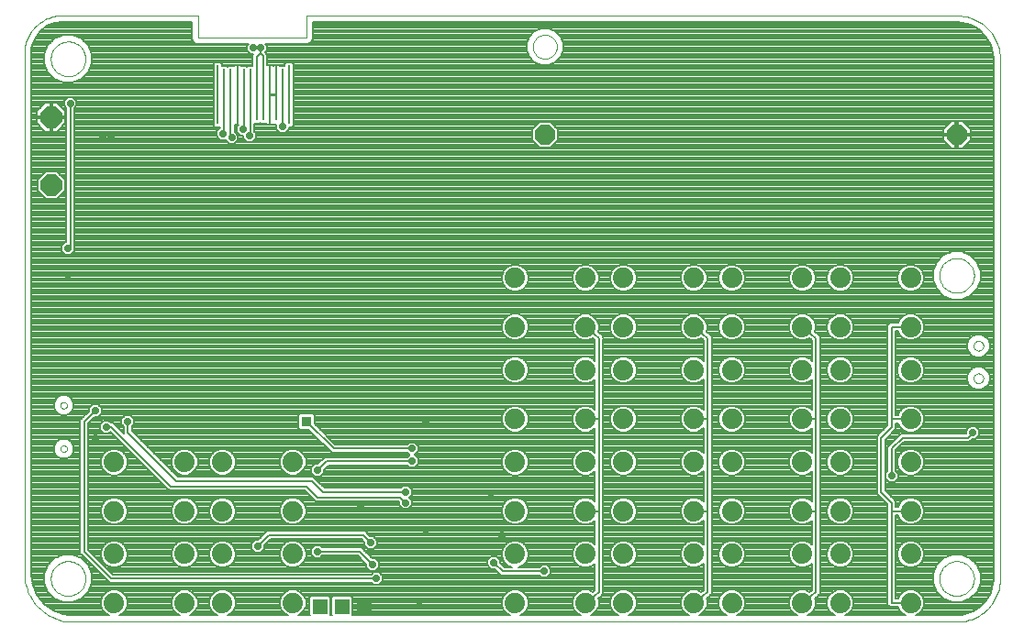
<source format=gbl>
G75*
G70*
%OFA0B0*%
%FSLAX24Y24*%
%IPPOS*%
%LPD*%
%AMOC8*
5,1,8,0,0,1.08239X$1,22.5*
%
%ADD10C,0.0000*%
%ADD11C,0.0740*%
%ADD12R,0.0098X0.2165*%
%ADD13R,0.0098X0.1890*%
%ADD14OC8,0.0709*%
%ADD15OC8,0.0768*%
%ADD16C,0.0080*%
%ADD17OC8,0.0240*%
%ADD18R,0.0531X0.0531*%
%ADD19R,0.0356X0.0356*%
D10*
X002159Y000141D02*
X034443Y000141D01*
X034520Y000143D01*
X034597Y000149D01*
X034674Y000158D01*
X034750Y000171D01*
X034826Y000188D01*
X034900Y000209D01*
X034974Y000233D01*
X035046Y000261D01*
X035116Y000292D01*
X035185Y000327D01*
X035253Y000365D01*
X035318Y000406D01*
X035381Y000451D01*
X035442Y000499D01*
X035501Y000549D01*
X035557Y000602D01*
X035610Y000658D01*
X035660Y000717D01*
X035708Y000778D01*
X035753Y000841D01*
X035794Y000906D01*
X035832Y000974D01*
X035867Y001043D01*
X035898Y001113D01*
X035926Y001185D01*
X035950Y001259D01*
X035971Y001333D01*
X035988Y001409D01*
X036001Y001485D01*
X036010Y001562D01*
X036016Y001639D01*
X036018Y001716D01*
X036018Y020614D01*
X036016Y020691D01*
X036010Y020768D01*
X036001Y020845D01*
X035988Y020921D01*
X035971Y020997D01*
X035950Y021071D01*
X035926Y021145D01*
X035898Y021217D01*
X035867Y021287D01*
X035832Y021356D01*
X035794Y021424D01*
X035753Y021489D01*
X035708Y021552D01*
X035660Y021613D01*
X035610Y021672D01*
X035557Y021728D01*
X035501Y021781D01*
X035442Y021831D01*
X035381Y021879D01*
X035318Y021924D01*
X035253Y021965D01*
X035185Y022003D01*
X035116Y022038D01*
X035046Y022069D01*
X034974Y022097D01*
X034900Y022121D01*
X034826Y022142D01*
X034750Y022159D01*
X034674Y022172D01*
X034597Y022181D01*
X034520Y022187D01*
X034443Y022189D01*
X034443Y022188D02*
X010821Y022188D01*
X010821Y021401D01*
X006884Y021401D01*
X006884Y022188D01*
X002159Y022188D01*
X000585Y021007D02*
X000585Y002110D01*
X001529Y001716D02*
X001531Y001766D01*
X001537Y001816D01*
X001547Y001865D01*
X001561Y001913D01*
X001578Y001960D01*
X001599Y002005D01*
X001624Y002049D01*
X001652Y002090D01*
X001684Y002129D01*
X001718Y002166D01*
X001755Y002200D01*
X001795Y002230D01*
X001837Y002257D01*
X001881Y002281D01*
X001927Y002302D01*
X001974Y002318D01*
X002022Y002331D01*
X002072Y002340D01*
X002121Y002345D01*
X002172Y002346D01*
X002222Y002343D01*
X002271Y002336D01*
X002320Y002325D01*
X002368Y002310D01*
X002414Y002292D01*
X002459Y002270D01*
X002502Y002244D01*
X002543Y002215D01*
X002582Y002183D01*
X002618Y002148D01*
X002650Y002110D01*
X002680Y002070D01*
X002707Y002027D01*
X002730Y001983D01*
X002749Y001937D01*
X002765Y001889D01*
X002777Y001840D01*
X002785Y001791D01*
X002789Y001741D01*
X002789Y001691D01*
X002785Y001641D01*
X002777Y001592D01*
X002765Y001543D01*
X002749Y001495D01*
X002730Y001449D01*
X002707Y001405D01*
X002680Y001362D01*
X002650Y001322D01*
X002618Y001284D01*
X002582Y001249D01*
X002543Y001217D01*
X002502Y001188D01*
X002459Y001162D01*
X002414Y001140D01*
X002368Y001122D01*
X002320Y001107D01*
X002271Y001096D01*
X002222Y001089D01*
X002172Y001086D01*
X002121Y001087D01*
X002072Y001092D01*
X002022Y001101D01*
X001974Y001114D01*
X001927Y001130D01*
X001881Y001151D01*
X001837Y001175D01*
X001795Y001202D01*
X001755Y001232D01*
X001718Y001266D01*
X001684Y001303D01*
X001652Y001342D01*
X001624Y001383D01*
X001599Y001427D01*
X001578Y001472D01*
X001561Y001519D01*
X001547Y001567D01*
X001537Y001616D01*
X001531Y001666D01*
X001529Y001716D01*
X000584Y002110D02*
X000576Y002023D01*
X000573Y001935D01*
X000574Y001848D01*
X000580Y001760D01*
X000589Y001673D01*
X000603Y001587D01*
X000621Y001501D01*
X000643Y001417D01*
X000670Y001333D01*
X000700Y001251D01*
X000735Y001171D01*
X000773Y001092D01*
X000815Y001016D01*
X000861Y000941D01*
X000911Y000869D01*
X000964Y000799D01*
X001020Y000732D01*
X001080Y000668D01*
X001142Y000607D01*
X001208Y000549D01*
X001276Y000494D01*
X001347Y000443D01*
X001420Y000395D01*
X001496Y000351D01*
X001574Y000311D01*
X001653Y000274D01*
X001734Y000242D01*
X001817Y000213D01*
X001901Y000189D01*
X001986Y000169D01*
X002072Y000153D01*
X002159Y000141D01*
X001884Y006440D02*
X001886Y006461D01*
X001892Y006481D01*
X001901Y006501D01*
X001913Y006518D01*
X001928Y006532D01*
X001946Y006544D01*
X001966Y006552D01*
X001986Y006557D01*
X002007Y006558D01*
X002028Y006555D01*
X002048Y006549D01*
X002067Y006538D01*
X002084Y006525D01*
X002097Y006509D01*
X002108Y006491D01*
X002116Y006471D01*
X002120Y006451D01*
X002120Y006429D01*
X002116Y006409D01*
X002108Y006389D01*
X002097Y006371D01*
X002084Y006355D01*
X002067Y006342D01*
X002048Y006331D01*
X002028Y006325D01*
X002007Y006322D01*
X001986Y006323D01*
X001966Y006328D01*
X001946Y006336D01*
X001928Y006348D01*
X001913Y006362D01*
X001901Y006379D01*
X001892Y006399D01*
X001886Y006419D01*
X001884Y006440D01*
X001884Y008015D02*
X001886Y008036D01*
X001892Y008056D01*
X001901Y008076D01*
X001913Y008093D01*
X001928Y008107D01*
X001946Y008119D01*
X001966Y008127D01*
X001986Y008132D01*
X002007Y008133D01*
X002028Y008130D01*
X002048Y008124D01*
X002067Y008113D01*
X002084Y008100D01*
X002097Y008084D01*
X002108Y008066D01*
X002116Y008046D01*
X002120Y008026D01*
X002120Y008004D01*
X002116Y007984D01*
X002108Y007964D01*
X002097Y007946D01*
X002084Y007930D01*
X002067Y007917D01*
X002048Y007906D01*
X002028Y007900D01*
X002007Y007897D01*
X001986Y007898D01*
X001966Y007903D01*
X001946Y007911D01*
X001928Y007923D01*
X001913Y007937D01*
X001901Y007954D01*
X001892Y007974D01*
X001886Y007994D01*
X001884Y008015D01*
X001529Y020614D02*
X001531Y020664D01*
X001537Y020714D01*
X001547Y020763D01*
X001561Y020811D01*
X001578Y020858D01*
X001599Y020903D01*
X001624Y020947D01*
X001652Y020988D01*
X001684Y021027D01*
X001718Y021064D01*
X001755Y021098D01*
X001795Y021128D01*
X001837Y021155D01*
X001881Y021179D01*
X001927Y021200D01*
X001974Y021216D01*
X002022Y021229D01*
X002072Y021238D01*
X002121Y021243D01*
X002172Y021244D01*
X002222Y021241D01*
X002271Y021234D01*
X002320Y021223D01*
X002368Y021208D01*
X002414Y021190D01*
X002459Y021168D01*
X002502Y021142D01*
X002543Y021113D01*
X002582Y021081D01*
X002618Y021046D01*
X002650Y021008D01*
X002680Y020968D01*
X002707Y020925D01*
X002730Y020881D01*
X002749Y020835D01*
X002765Y020787D01*
X002777Y020738D01*
X002785Y020689D01*
X002789Y020639D01*
X002789Y020589D01*
X002785Y020539D01*
X002777Y020490D01*
X002765Y020441D01*
X002749Y020393D01*
X002730Y020347D01*
X002707Y020303D01*
X002680Y020260D01*
X002650Y020220D01*
X002618Y020182D01*
X002582Y020147D01*
X002543Y020115D01*
X002502Y020086D01*
X002459Y020060D01*
X002414Y020038D01*
X002368Y020020D01*
X002320Y020005D01*
X002271Y019994D01*
X002222Y019987D01*
X002172Y019984D01*
X002121Y019985D01*
X002072Y019990D01*
X002022Y019999D01*
X001974Y020012D01*
X001927Y020028D01*
X001881Y020049D01*
X001837Y020073D01*
X001795Y020100D01*
X001755Y020130D01*
X001718Y020164D01*
X001684Y020201D01*
X001652Y020240D01*
X001624Y020281D01*
X001599Y020325D01*
X001578Y020370D01*
X001561Y020417D01*
X001547Y020465D01*
X001537Y020514D01*
X001531Y020564D01*
X001529Y020614D01*
X000585Y021007D02*
X000597Y021079D01*
X000613Y021150D01*
X000633Y021220D01*
X000656Y021289D01*
X000683Y021357D01*
X000713Y021423D01*
X000747Y021488D01*
X000784Y021550D01*
X000825Y021611D01*
X000868Y021669D01*
X000915Y021726D01*
X000964Y021779D01*
X001016Y021830D01*
X001071Y021878D01*
X001128Y021924D01*
X001187Y021966D01*
X001249Y022005D01*
X001312Y022041D01*
X001378Y022073D01*
X001444Y022102D01*
X001513Y022127D01*
X001582Y022149D01*
X001653Y022167D01*
X001724Y022181D01*
X001796Y022192D01*
X001869Y022199D01*
X001942Y022202D01*
X002015Y022201D01*
X002087Y022196D01*
X002160Y022188D01*
X019049Y021058D02*
X019051Y021099D01*
X019057Y021140D01*
X019067Y021180D01*
X019080Y021219D01*
X019097Y021256D01*
X019118Y021292D01*
X019142Y021326D01*
X019169Y021357D01*
X019198Y021385D01*
X019231Y021411D01*
X019265Y021433D01*
X019302Y021452D01*
X019340Y021467D01*
X019380Y021479D01*
X019420Y021487D01*
X019461Y021491D01*
X019503Y021491D01*
X019544Y021487D01*
X019584Y021479D01*
X019624Y021467D01*
X019662Y021452D01*
X019698Y021433D01*
X019733Y021411D01*
X019766Y021385D01*
X019795Y021357D01*
X019822Y021326D01*
X019846Y021292D01*
X019867Y021256D01*
X019884Y021219D01*
X019897Y021180D01*
X019907Y021140D01*
X019913Y021099D01*
X019915Y021058D01*
X019913Y021017D01*
X019907Y020976D01*
X019897Y020936D01*
X019884Y020897D01*
X019867Y020860D01*
X019846Y020824D01*
X019822Y020790D01*
X019795Y020759D01*
X019766Y020731D01*
X019733Y020705D01*
X019699Y020683D01*
X019662Y020664D01*
X019624Y020649D01*
X019584Y020637D01*
X019544Y020629D01*
X019503Y020625D01*
X019461Y020625D01*
X019420Y020629D01*
X019380Y020637D01*
X019340Y020649D01*
X019302Y020664D01*
X019266Y020683D01*
X019231Y020705D01*
X019198Y020731D01*
X019169Y020759D01*
X019142Y020790D01*
X019118Y020824D01*
X019097Y020860D01*
X019080Y020897D01*
X019067Y020936D01*
X019057Y020976D01*
X019051Y021017D01*
X019049Y021058D01*
X033813Y012740D02*
X033815Y012790D01*
X033821Y012840D01*
X033831Y012889D01*
X033845Y012937D01*
X033862Y012984D01*
X033883Y013029D01*
X033908Y013073D01*
X033936Y013114D01*
X033968Y013153D01*
X034002Y013190D01*
X034039Y013224D01*
X034079Y013254D01*
X034121Y013281D01*
X034165Y013305D01*
X034211Y013326D01*
X034258Y013342D01*
X034306Y013355D01*
X034356Y013364D01*
X034405Y013369D01*
X034456Y013370D01*
X034506Y013367D01*
X034555Y013360D01*
X034604Y013349D01*
X034652Y013334D01*
X034698Y013316D01*
X034743Y013294D01*
X034786Y013268D01*
X034827Y013239D01*
X034866Y013207D01*
X034902Y013172D01*
X034934Y013134D01*
X034964Y013094D01*
X034991Y013051D01*
X035014Y013007D01*
X035033Y012961D01*
X035049Y012913D01*
X035061Y012864D01*
X035069Y012815D01*
X035073Y012765D01*
X035073Y012715D01*
X035069Y012665D01*
X035061Y012616D01*
X035049Y012567D01*
X035033Y012519D01*
X035014Y012473D01*
X034991Y012429D01*
X034964Y012386D01*
X034934Y012346D01*
X034902Y012308D01*
X034866Y012273D01*
X034827Y012241D01*
X034786Y012212D01*
X034743Y012186D01*
X034698Y012164D01*
X034652Y012146D01*
X034604Y012131D01*
X034555Y012120D01*
X034506Y012113D01*
X034456Y012110D01*
X034405Y012111D01*
X034356Y012116D01*
X034306Y012125D01*
X034258Y012138D01*
X034211Y012154D01*
X034165Y012175D01*
X034121Y012199D01*
X034079Y012226D01*
X034039Y012256D01*
X034002Y012290D01*
X033968Y012327D01*
X033936Y012366D01*
X033908Y012407D01*
X033883Y012451D01*
X033862Y012496D01*
X033845Y012543D01*
X033831Y012591D01*
X033821Y012640D01*
X033815Y012690D01*
X033813Y012740D01*
X035053Y010180D02*
X035055Y010206D01*
X035061Y010232D01*
X035071Y010257D01*
X035084Y010280D01*
X035100Y010300D01*
X035120Y010318D01*
X035142Y010333D01*
X035165Y010345D01*
X035191Y010353D01*
X035217Y010357D01*
X035243Y010357D01*
X035269Y010353D01*
X035295Y010345D01*
X035319Y010333D01*
X035340Y010318D01*
X035360Y010300D01*
X035376Y010280D01*
X035389Y010257D01*
X035399Y010232D01*
X035405Y010206D01*
X035407Y010180D01*
X035405Y010154D01*
X035399Y010128D01*
X035389Y010103D01*
X035376Y010080D01*
X035360Y010060D01*
X035340Y010042D01*
X035318Y010027D01*
X035295Y010015D01*
X035269Y010007D01*
X035243Y010003D01*
X035217Y010003D01*
X035191Y010007D01*
X035165Y010015D01*
X035141Y010027D01*
X035120Y010042D01*
X035100Y010060D01*
X035084Y010080D01*
X035071Y010103D01*
X035061Y010128D01*
X035055Y010154D01*
X035053Y010180D01*
X035053Y008999D02*
X035055Y009025D01*
X035061Y009051D01*
X035071Y009076D01*
X035084Y009099D01*
X035100Y009119D01*
X035120Y009137D01*
X035142Y009152D01*
X035165Y009164D01*
X035191Y009172D01*
X035217Y009176D01*
X035243Y009176D01*
X035269Y009172D01*
X035295Y009164D01*
X035319Y009152D01*
X035340Y009137D01*
X035360Y009119D01*
X035376Y009099D01*
X035389Y009076D01*
X035399Y009051D01*
X035405Y009025D01*
X035407Y008999D01*
X035405Y008973D01*
X035399Y008947D01*
X035389Y008922D01*
X035376Y008899D01*
X035360Y008879D01*
X035340Y008861D01*
X035318Y008846D01*
X035295Y008834D01*
X035269Y008826D01*
X035243Y008822D01*
X035217Y008822D01*
X035191Y008826D01*
X035165Y008834D01*
X035141Y008846D01*
X035120Y008861D01*
X035100Y008879D01*
X035084Y008899D01*
X035071Y008922D01*
X035061Y008947D01*
X035055Y008973D01*
X035053Y008999D01*
X033813Y001716D02*
X033815Y001766D01*
X033821Y001816D01*
X033831Y001865D01*
X033845Y001913D01*
X033862Y001960D01*
X033883Y002005D01*
X033908Y002049D01*
X033936Y002090D01*
X033968Y002129D01*
X034002Y002166D01*
X034039Y002200D01*
X034079Y002230D01*
X034121Y002257D01*
X034165Y002281D01*
X034211Y002302D01*
X034258Y002318D01*
X034306Y002331D01*
X034356Y002340D01*
X034405Y002345D01*
X034456Y002346D01*
X034506Y002343D01*
X034555Y002336D01*
X034604Y002325D01*
X034652Y002310D01*
X034698Y002292D01*
X034743Y002270D01*
X034786Y002244D01*
X034827Y002215D01*
X034866Y002183D01*
X034902Y002148D01*
X034934Y002110D01*
X034964Y002070D01*
X034991Y002027D01*
X035014Y001983D01*
X035033Y001937D01*
X035049Y001889D01*
X035061Y001840D01*
X035069Y001791D01*
X035073Y001741D01*
X035073Y001691D01*
X035069Y001641D01*
X035061Y001592D01*
X035049Y001543D01*
X035033Y001495D01*
X035014Y001449D01*
X034991Y001405D01*
X034964Y001362D01*
X034934Y001322D01*
X034902Y001284D01*
X034866Y001249D01*
X034827Y001217D01*
X034786Y001188D01*
X034743Y001162D01*
X034698Y001140D01*
X034652Y001122D01*
X034604Y001107D01*
X034555Y001096D01*
X034506Y001089D01*
X034456Y001086D01*
X034405Y001087D01*
X034356Y001092D01*
X034306Y001101D01*
X034258Y001114D01*
X034211Y001130D01*
X034165Y001151D01*
X034121Y001175D01*
X034079Y001202D01*
X034039Y001232D01*
X034002Y001266D01*
X033968Y001303D01*
X033936Y001342D01*
X033908Y001383D01*
X033883Y001427D01*
X033862Y001472D01*
X033845Y001519D01*
X033831Y001567D01*
X033821Y001616D01*
X033815Y001666D01*
X033813Y001716D01*
D11*
X032770Y002606D03*
X032770Y004172D03*
X030210Y004172D03*
X028833Y004172D03*
X028833Y002606D03*
X030210Y002606D03*
X030210Y000826D03*
X028833Y000826D03*
X026273Y000826D03*
X024896Y000826D03*
X022336Y000826D03*
X020959Y000826D03*
X018399Y000826D03*
X018399Y002606D03*
X018399Y004172D03*
X020959Y004172D03*
X022336Y004172D03*
X022336Y002606D03*
X020959Y002606D03*
X024896Y002606D03*
X026273Y002606D03*
X026273Y004172D03*
X024896Y004172D03*
X024896Y005952D03*
X026273Y005952D03*
X026273Y007519D03*
X024896Y007519D03*
X022336Y007519D03*
X020959Y007519D03*
X020959Y005952D03*
X022336Y005952D03*
X018399Y005952D03*
X018399Y007519D03*
X018399Y009299D03*
X018399Y010865D03*
X020959Y010865D03*
X022336Y010865D03*
X022336Y009299D03*
X020959Y009299D03*
X024896Y009299D03*
X026273Y009299D03*
X026273Y010865D03*
X024896Y010865D03*
X024896Y012645D03*
X026273Y012645D03*
X028833Y012645D03*
X030210Y012645D03*
X032770Y012645D03*
X032770Y010865D03*
X032770Y009299D03*
X030210Y009299D03*
X028833Y009299D03*
X028833Y010865D03*
X030210Y010865D03*
X030210Y007519D03*
X028833Y007519D03*
X028833Y005952D03*
X030210Y005952D03*
X032770Y005952D03*
X032770Y007519D03*
X022336Y012645D03*
X020959Y012645D03*
X018399Y012645D03*
X010329Y005952D03*
X007769Y005952D03*
X006392Y005952D03*
X003832Y005952D03*
X003832Y004172D03*
X003832Y002606D03*
X006392Y002606D03*
X007769Y002606D03*
X007769Y004172D03*
X006392Y004172D03*
X010329Y004172D03*
X010329Y002606D03*
X010329Y000826D03*
X007769Y000826D03*
X006392Y000826D03*
X003832Y000826D03*
X032770Y000826D03*
D12*
X010195Y019306D03*
X007596Y019306D03*
D13*
X007833Y019306D03*
X008069Y019306D03*
X008305Y019306D03*
X008541Y019306D03*
X008777Y019306D03*
X009014Y019306D03*
X009250Y019306D03*
X009486Y019306D03*
X009722Y019306D03*
X009959Y019306D03*
D14*
X019482Y017858D03*
X034443Y017858D03*
D15*
X001545Y018495D03*
X001545Y016015D03*
D16*
X001249Y000848D02*
X001981Y000848D01*
X001986Y000846D02*
X002332Y000846D01*
X002652Y000978D01*
X002897Y001223D01*
X003029Y001543D01*
X003029Y001889D01*
X002897Y002209D01*
X002652Y002453D01*
X002332Y002586D01*
X001986Y002586D01*
X001667Y002453D01*
X001422Y002209D01*
X001289Y001889D01*
X001289Y001543D01*
X001422Y001223D01*
X001667Y000978D01*
X001986Y000846D01*
X001792Y000927D02*
X001187Y000927D01*
X001124Y001005D02*
X001640Y001005D01*
X001561Y001084D02*
X001061Y001084D01*
X001036Y001115D02*
X000875Y001483D01*
X000814Y001881D01*
X000822Y002055D01*
X000825Y002062D01*
X000825Y002096D01*
X000828Y002131D01*
X000825Y002144D01*
X000825Y020985D01*
X000853Y021121D01*
X000971Y021397D01*
X001157Y021634D01*
X001398Y021814D01*
X001677Y021926D01*
X001975Y021962D01*
X002101Y021953D01*
X002112Y021948D01*
X002142Y021948D01*
X002173Y021944D01*
X002190Y021948D01*
X006644Y021948D01*
X006644Y021449D01*
X006644Y021353D01*
X006680Y021265D01*
X006748Y021197D01*
X006836Y021161D01*
X008710Y021161D01*
X008652Y021102D01*
X008652Y020912D01*
X008787Y020777D01*
X008902Y020777D01*
X008864Y020739D01*
X008864Y020614D01*
X008864Y020361D01*
X008683Y020361D01*
X008659Y020337D01*
X008636Y020361D01*
X008446Y020361D01*
X008444Y020358D01*
X008440Y020363D01*
X008408Y020381D01*
X008373Y020391D01*
X008305Y020391D01*
X008237Y020391D01*
X008202Y020381D01*
X008170Y020363D01*
X008166Y020358D01*
X008164Y020361D01*
X007974Y020361D01*
X007951Y020337D01*
X007927Y020361D01*
X007756Y020361D01*
X007756Y020434D01*
X007691Y020498D01*
X007502Y020498D01*
X007437Y020434D01*
X007437Y018177D01*
X007502Y018113D01*
X007671Y018113D01*
X007555Y017996D01*
X007555Y017806D01*
X007689Y017671D01*
X007875Y017671D01*
X007875Y017646D01*
X008009Y017511D01*
X008200Y017511D01*
X008335Y017646D01*
X008335Y017836D01*
X008219Y017952D01*
X008219Y018226D01*
X008237Y018221D01*
X008305Y018221D01*
X008339Y018221D01*
X008275Y018156D01*
X008275Y017966D01*
X008409Y017831D01*
X008515Y017831D01*
X008515Y017726D01*
X008649Y017591D01*
X008840Y017591D01*
X008975Y017726D01*
X008975Y017916D01*
X008927Y017963D01*
X008927Y018251D01*
X009108Y018251D01*
X009132Y018274D01*
X009155Y018251D01*
X009345Y018251D01*
X009347Y018253D01*
X009351Y018249D01*
X009383Y018230D01*
X009418Y018221D01*
X009486Y018221D01*
X009486Y019305D01*
X009486Y019305D01*
X009486Y018221D01*
X009554Y018221D01*
X009589Y018230D01*
X009604Y018239D01*
X009619Y018230D01*
X009655Y018221D01*
X009715Y018221D01*
X009715Y018046D01*
X009849Y017911D01*
X010040Y017911D01*
X010175Y018046D01*
X010175Y018113D01*
X010290Y018113D01*
X010354Y018177D01*
X010354Y020434D01*
X010290Y020498D01*
X010100Y020498D01*
X010036Y020434D01*
X010036Y020361D01*
X009864Y020361D01*
X009862Y020358D01*
X009858Y020363D01*
X009826Y020381D01*
X009790Y020391D01*
X009723Y020391D01*
X009723Y019306D01*
X009722Y019306D01*
X009722Y020391D01*
X009655Y020391D01*
X009619Y020381D01*
X009604Y020372D01*
X009589Y020381D01*
X009554Y020391D01*
X009486Y020391D01*
X009418Y020391D01*
X009400Y020386D01*
X009400Y020646D01*
X009400Y020770D01*
X009318Y020852D01*
X009378Y020912D01*
X009378Y021102D01*
X009319Y021161D01*
X010773Y021161D01*
X010869Y021161D01*
X010957Y021197D01*
X011024Y021265D01*
X011061Y021353D01*
X011061Y021948D01*
X034395Y021948D01*
X034443Y021948D01*
X034617Y021937D01*
X034954Y021847D01*
X035255Y021673D01*
X035502Y021426D01*
X035676Y021124D01*
X035766Y020788D01*
X035778Y020614D01*
X035778Y001764D01*
X035778Y001716D01*
X035766Y001542D01*
X035676Y001205D01*
X035502Y000903D01*
X035255Y000657D01*
X034954Y000483D01*
X034617Y000392D01*
X034443Y000381D01*
X032950Y000381D01*
X033042Y000419D01*
X033177Y000554D01*
X033250Y000730D01*
X033250Y000921D01*
X033177Y001098D01*
X033042Y001233D01*
X032866Y001306D01*
X032675Y001306D01*
X032498Y001233D01*
X032363Y001098D01*
X032313Y000976D01*
X032231Y000976D01*
X032231Y004022D01*
X032313Y004022D01*
X032363Y003900D01*
X032498Y003765D01*
X032675Y003692D01*
X032866Y003692D01*
X033042Y003765D01*
X033177Y003900D01*
X033250Y004077D01*
X033250Y004268D01*
X033177Y004444D01*
X033042Y004579D01*
X032866Y004652D01*
X032675Y004652D01*
X032498Y004579D01*
X032363Y004444D01*
X032313Y004322D01*
X032231Y004322D01*
X032231Y004534D01*
X032143Y004622D01*
X031837Y004928D01*
X031837Y006772D01*
X032231Y007166D01*
X032231Y007290D01*
X032231Y007369D01*
X032313Y007369D01*
X032363Y007247D01*
X032498Y007112D01*
X032675Y007039D01*
X032866Y007039D01*
X033042Y007112D01*
X033177Y007247D01*
X033250Y007423D01*
X033250Y007614D01*
X033177Y007791D01*
X033042Y007926D01*
X032866Y007999D01*
X032675Y007999D01*
X032498Y007926D01*
X032363Y007791D01*
X032313Y007669D01*
X032231Y007669D01*
X032231Y010715D01*
X032313Y010715D01*
X032363Y010593D01*
X032498Y010458D01*
X032675Y010385D01*
X032866Y010385D01*
X033042Y010458D01*
X033177Y010593D01*
X033250Y010770D01*
X033250Y010961D01*
X033177Y011137D01*
X035778Y011137D01*
X035778Y011059D02*
X033210Y011059D01*
X033177Y011137D02*
X033042Y011272D01*
X032866Y011345D01*
X032675Y011345D01*
X032498Y011272D01*
X032363Y011137D01*
X030617Y011137D01*
X030482Y011272D01*
X030306Y011345D01*
X030115Y011345D01*
X029938Y011272D01*
X029803Y011137D01*
X029240Y011137D01*
X029105Y011272D01*
X028929Y011345D01*
X028738Y011345D01*
X028561Y011272D01*
X028426Y011137D01*
X026680Y011137D01*
X026545Y011272D01*
X026369Y011345D01*
X026178Y011345D01*
X026001Y011272D01*
X025866Y011137D01*
X025303Y011137D01*
X025168Y011272D01*
X024992Y011345D01*
X024801Y011345D01*
X024624Y011272D01*
X024489Y011137D01*
X022743Y011137D01*
X022608Y011272D01*
X022432Y011345D01*
X022241Y011345D01*
X022064Y011272D01*
X021929Y011137D01*
X021366Y011137D01*
X021231Y011272D01*
X021055Y011345D01*
X020864Y011345D01*
X020687Y011272D01*
X020552Y011137D01*
X018806Y011137D01*
X018671Y011272D01*
X018495Y011345D01*
X018304Y011345D01*
X018127Y011272D01*
X017992Y011137D01*
X000825Y011137D01*
X000825Y011059D02*
X017960Y011059D01*
X017992Y011137D02*
X017919Y010961D01*
X017919Y010770D01*
X017992Y010593D01*
X018127Y010458D01*
X018304Y010385D01*
X018495Y010385D01*
X018671Y010458D01*
X018806Y010593D01*
X018879Y010770D01*
X018879Y010961D01*
X018806Y011137D01*
X018839Y011059D02*
X020520Y011059D01*
X020552Y011137D02*
X020479Y010961D01*
X020479Y010770D01*
X020552Y010593D01*
X020687Y010458D01*
X020864Y010385D01*
X021055Y010385D01*
X021229Y010457D01*
X021301Y010400D01*
X021301Y009636D01*
X021231Y009706D01*
X021055Y009779D01*
X020864Y009779D01*
X020687Y009706D01*
X020552Y009571D01*
X020479Y009394D01*
X020479Y009203D01*
X020552Y009027D01*
X020687Y008892D01*
X020864Y008819D01*
X021055Y008819D01*
X021231Y008892D01*
X021301Y008962D01*
X021301Y007856D01*
X021231Y007926D01*
X021055Y007999D01*
X020864Y007999D01*
X020687Y007926D01*
X020552Y007791D01*
X020479Y007614D01*
X020479Y007423D01*
X020552Y007247D01*
X020687Y007112D01*
X020864Y007039D01*
X021055Y007039D01*
X021231Y007112D01*
X021301Y007182D01*
X021301Y006289D01*
X021231Y006359D01*
X021055Y006432D01*
X020864Y006432D01*
X020687Y006359D01*
X020552Y006224D01*
X020479Y006048D01*
X020479Y005857D01*
X020552Y005680D01*
X020687Y005545D01*
X020864Y005472D01*
X021055Y005472D01*
X021231Y005545D01*
X021301Y005615D01*
X021301Y004509D01*
X021231Y004579D01*
X021055Y004652D01*
X020864Y004652D01*
X020687Y004579D01*
X020552Y004444D01*
X020479Y004268D01*
X020479Y004077D01*
X020552Y003900D01*
X020687Y003765D01*
X020864Y003692D01*
X021055Y003692D01*
X021231Y003765D01*
X021301Y003835D01*
X021301Y002943D01*
X021231Y003013D01*
X021055Y003086D01*
X020864Y003086D01*
X020687Y003013D01*
X020552Y002878D01*
X020479Y002701D01*
X020479Y002510D01*
X020552Y002334D01*
X020687Y002199D01*
X020864Y002126D01*
X021055Y002126D01*
X021231Y002199D01*
X021301Y002269D01*
X021301Y001292D01*
X021229Y001234D01*
X021055Y001306D01*
X020864Y001306D01*
X020687Y001233D01*
X020552Y001098D01*
X020479Y000921D01*
X020479Y000730D01*
X020552Y000554D01*
X020687Y000419D01*
X020779Y000381D01*
X018579Y000381D01*
X018671Y000419D01*
X018806Y000554D01*
X018879Y000730D01*
X018879Y000921D01*
X018806Y001098D01*
X018671Y001233D01*
X018495Y001306D01*
X018304Y001306D01*
X018127Y001233D01*
X017992Y001098D01*
X017919Y000921D01*
X017919Y000730D01*
X017992Y000554D01*
X018127Y000419D01*
X018219Y000381D01*
X012472Y000381D01*
X012480Y000390D01*
X012480Y001012D01*
X012416Y001077D01*
X011793Y001077D01*
X011729Y001012D01*
X011729Y000390D01*
X011738Y000381D01*
X011672Y000381D01*
X011680Y000390D01*
X011680Y001012D01*
X011616Y001077D01*
X010993Y001077D01*
X010929Y001012D01*
X010929Y000390D01*
X010938Y000381D01*
X010509Y000381D01*
X010601Y000419D01*
X010736Y000554D01*
X010809Y000730D01*
X010809Y000921D01*
X010736Y001098D01*
X010601Y001233D01*
X010425Y001306D01*
X010234Y001306D01*
X010057Y001233D01*
X009922Y001098D01*
X009849Y000921D01*
X009849Y000730D01*
X009922Y000554D01*
X010057Y000419D01*
X010149Y000381D01*
X007949Y000381D01*
X008041Y000419D01*
X008176Y000554D01*
X008249Y000730D01*
X008249Y000921D01*
X008176Y001098D01*
X008041Y001233D01*
X007865Y001306D01*
X007674Y001306D01*
X007497Y001233D01*
X007362Y001098D01*
X007289Y000921D01*
X007289Y000730D01*
X007362Y000554D01*
X007497Y000419D01*
X007589Y000381D01*
X006572Y000381D01*
X006664Y000419D01*
X006799Y000554D01*
X006872Y000730D01*
X006872Y000921D01*
X006799Y001098D01*
X006664Y001233D01*
X006488Y001306D01*
X006297Y001306D01*
X006120Y001233D01*
X005985Y001098D01*
X005912Y000921D01*
X005912Y000730D01*
X005985Y000554D01*
X006120Y000419D01*
X006212Y000381D01*
X004012Y000381D01*
X004104Y000419D01*
X004239Y000554D01*
X004312Y000730D01*
X004312Y000921D01*
X004239Y001098D01*
X004104Y001233D01*
X003928Y001306D01*
X003737Y001306D01*
X003560Y001233D01*
X003425Y001098D01*
X003352Y000921D01*
X003352Y000730D01*
X003425Y000554D01*
X003560Y000419D01*
X003652Y000381D01*
X002178Y000381D01*
X001987Y000415D01*
X001612Y000561D01*
X001288Y000800D01*
X001036Y001115D01*
X001015Y001162D02*
X001483Y001162D01*
X001415Y001241D02*
X000981Y001241D01*
X000947Y001319D02*
X001382Y001319D01*
X001350Y001398D02*
X000912Y001398D01*
X000878Y001476D02*
X001317Y001476D01*
X001289Y001555D02*
X000864Y001555D01*
X000852Y001633D02*
X001289Y001633D01*
X001289Y001712D02*
X000840Y001712D01*
X000828Y001791D02*
X001289Y001791D01*
X001289Y001869D02*
X000816Y001869D01*
X000817Y001948D02*
X001314Y001948D01*
X001346Y002026D02*
X000820Y002026D01*
X000825Y002105D02*
X001379Y002105D01*
X001411Y002183D02*
X000825Y002183D01*
X000825Y002262D02*
X001475Y002262D01*
X001554Y002340D02*
X000825Y002340D01*
X000825Y002419D02*
X001632Y002419D01*
X001773Y002497D02*
X000825Y002497D01*
X000825Y002576D02*
X001963Y002576D01*
X002356Y002576D02*
X002662Y002576D01*
X002688Y002550D02*
X002688Y002550D01*
X003672Y001566D01*
X003796Y001566D01*
X013179Y001566D01*
X013259Y001486D01*
X013450Y001486D01*
X013585Y001621D01*
X013585Y001811D01*
X013450Y001946D01*
X013259Y001946D01*
X013179Y001866D01*
X003796Y001866D01*
X002900Y002762D01*
X002900Y007362D01*
X003126Y007588D01*
X003239Y007588D01*
X003374Y007723D01*
X003374Y007914D01*
X003239Y008048D01*
X003048Y008048D01*
X002914Y007914D01*
X002914Y007800D01*
X002600Y007487D01*
X002600Y007362D01*
X002600Y002638D01*
X002688Y002550D01*
X002741Y002497D02*
X002546Y002497D01*
X002687Y002419D02*
X002819Y002419D01*
X002765Y002340D02*
X002898Y002340D01*
X002844Y002262D02*
X002976Y002262D01*
X002907Y002183D02*
X003055Y002183D01*
X003133Y002105D02*
X002940Y002105D01*
X002972Y002026D02*
X003212Y002026D01*
X003290Y001948D02*
X003005Y001948D01*
X003029Y001869D02*
X003369Y001869D01*
X003447Y001791D02*
X003029Y001791D01*
X003029Y001712D02*
X003526Y001712D01*
X003604Y001633D02*
X003029Y001633D01*
X003029Y001555D02*
X013190Y001555D01*
X013355Y001716D02*
X003734Y001716D01*
X002750Y002700D01*
X002750Y007425D01*
X003144Y007818D01*
X003374Y007838D02*
X018040Y007838D01*
X017992Y007791D02*
X017919Y007614D01*
X017919Y007423D01*
X017992Y007247D01*
X018127Y007112D01*
X018304Y007039D01*
X018495Y007039D01*
X018671Y007112D01*
X018806Y007247D01*
X018879Y007423D01*
X018879Y007614D01*
X018806Y007791D01*
X018671Y007926D01*
X018495Y007999D01*
X018304Y007999D01*
X018127Y007926D01*
X017992Y007791D01*
X017979Y007760D02*
X003374Y007760D01*
X003332Y007681D02*
X010566Y007681D01*
X010597Y007713D02*
X010533Y007648D01*
X010533Y007201D01*
X010597Y007136D01*
X010897Y007136D01*
X011743Y006290D01*
X011867Y006290D01*
X014484Y006290D01*
X014564Y006210D01*
X014569Y006210D01*
X014489Y006131D01*
X011605Y006131D01*
X011481Y006131D01*
X011232Y005883D01*
X011119Y005883D01*
X010984Y005748D01*
X010984Y005558D01*
X011119Y005423D01*
X011310Y005423D01*
X011444Y005558D01*
X011444Y005671D01*
X011605Y005831D01*
X014489Y005831D01*
X014569Y005751D01*
X014760Y005751D01*
X014895Y005886D01*
X014895Y006076D01*
X014760Y006211D01*
X014755Y006211D01*
X014889Y006345D01*
X014889Y006536D01*
X014755Y006670D01*
X014564Y006670D01*
X014484Y006590D01*
X011867Y006590D01*
X011109Y007349D01*
X011109Y007648D01*
X011044Y007713D01*
X010597Y007713D01*
X010533Y007603D02*
X004472Y007603D01*
X004420Y007655D02*
X004555Y007520D01*
X004555Y007329D01*
X004475Y007249D01*
X004475Y007093D01*
X006159Y005409D01*
X011080Y005409D01*
X011168Y005321D01*
X011473Y005015D01*
X014256Y005015D01*
X014336Y005095D01*
X014527Y005095D01*
X014661Y004961D01*
X014661Y004770D01*
X014560Y004669D01*
X014661Y004567D01*
X014661Y004377D01*
X014527Y004242D01*
X014336Y004242D01*
X014201Y004377D01*
X014201Y004490D01*
X014172Y004519D01*
X011152Y004519D01*
X011064Y004606D01*
X010759Y004912D01*
X005837Y004912D01*
X005750Y005000D01*
X003692Y007057D01*
X003633Y006998D01*
X003442Y006998D01*
X003307Y007132D01*
X003307Y007323D01*
X003442Y007458D01*
X003633Y007458D01*
X003713Y007378D01*
X003796Y007378D01*
X004175Y006999D01*
X004175Y007249D01*
X004095Y007329D01*
X004095Y007520D01*
X004229Y007655D01*
X004420Y007655D01*
X004550Y007524D02*
X010533Y007524D01*
X010533Y007446D02*
X004555Y007446D01*
X004555Y007367D02*
X010533Y007367D01*
X010533Y007289D02*
X004514Y007289D01*
X004475Y007210D02*
X010533Y007210D01*
X010821Y007425D02*
X011805Y006440D01*
X014659Y006440D01*
X014507Y006267D02*
X010693Y006267D01*
X010736Y006224D02*
X010601Y006359D01*
X010425Y006432D01*
X010234Y006432D01*
X010057Y006359D01*
X009922Y006224D01*
X009849Y006048D01*
X009849Y005857D01*
X009922Y005680D01*
X010057Y005545D01*
X010234Y005472D01*
X010425Y005472D01*
X010601Y005545D01*
X010736Y005680D01*
X010809Y005857D01*
X010809Y006048D01*
X010736Y006224D01*
X010751Y006189D02*
X014547Y006189D01*
X014782Y006189D02*
X017978Y006189D01*
X017992Y006224D02*
X017919Y006048D01*
X017919Y005857D01*
X017992Y005680D01*
X018127Y005545D01*
X018304Y005472D01*
X018495Y005472D01*
X018671Y005545D01*
X018806Y005680D01*
X018879Y005857D01*
X018879Y006048D01*
X018806Y006224D01*
X018671Y006359D01*
X018495Y006432D01*
X018304Y006432D01*
X018127Y006359D01*
X017992Y006224D01*
X018035Y006267D02*
X014812Y006267D01*
X014889Y006346D02*
X018114Y006346D01*
X018285Y006425D02*
X014889Y006425D01*
X014889Y006503D02*
X021301Y006503D01*
X021301Y006425D02*
X021073Y006425D01*
X021244Y006346D02*
X021301Y006346D01*
X021301Y006582D02*
X014843Y006582D01*
X014765Y006660D02*
X021301Y006660D01*
X021301Y006739D02*
X011719Y006739D01*
X011797Y006660D02*
X014554Y006660D01*
X014860Y006110D02*
X017945Y006110D01*
X017919Y006032D02*
X014895Y006032D01*
X014895Y005953D02*
X017919Y005953D01*
X017919Y005875D02*
X014883Y005875D01*
X014805Y005796D02*
X017944Y005796D01*
X017977Y005718D02*
X011491Y005718D01*
X011444Y005639D02*
X018033Y005639D01*
X018112Y005561D02*
X011444Y005561D01*
X011369Y005482D02*
X018280Y005482D01*
X018518Y005482D02*
X020840Y005482D01*
X020672Y005561D02*
X018686Y005561D01*
X018765Y005639D02*
X020593Y005639D01*
X020537Y005718D02*
X018821Y005718D01*
X018854Y005796D02*
X020504Y005796D01*
X020479Y005875D02*
X018879Y005875D01*
X018879Y005953D02*
X020479Y005953D01*
X020479Y006032D02*
X018879Y006032D01*
X018853Y006110D02*
X020505Y006110D01*
X020538Y006189D02*
X018821Y006189D01*
X018763Y006267D02*
X020595Y006267D01*
X020674Y006346D02*
X018684Y006346D01*
X018513Y006425D02*
X020845Y006425D01*
X021301Y006817D02*
X011640Y006817D01*
X011562Y006896D02*
X021301Y006896D01*
X021301Y006974D02*
X011483Y006974D01*
X011405Y007053D02*
X018269Y007053D01*
X018108Y007131D02*
X011326Y007131D01*
X011247Y007210D02*
X018029Y007210D01*
X017975Y007289D02*
X011169Y007289D01*
X011109Y007367D02*
X017942Y007367D01*
X017919Y007446D02*
X011109Y007446D01*
X011109Y007524D02*
X017919Y007524D01*
X017919Y007603D02*
X011109Y007603D01*
X011076Y007681D02*
X017947Y007681D01*
X018118Y007917D02*
X003370Y007917D01*
X003292Y007995D02*
X018295Y007995D01*
X018503Y007995D02*
X020855Y007995D01*
X020678Y007917D02*
X018680Y007917D01*
X018758Y007838D02*
X020600Y007838D01*
X020539Y007760D02*
X018819Y007760D01*
X018851Y007681D02*
X020507Y007681D01*
X020479Y007603D02*
X018879Y007603D01*
X018879Y007524D02*
X020479Y007524D01*
X020479Y007446D02*
X018879Y007446D01*
X018856Y007367D02*
X020502Y007367D01*
X020535Y007289D02*
X018823Y007289D01*
X018769Y007210D02*
X020589Y007210D01*
X020668Y007131D02*
X018691Y007131D01*
X018529Y007053D02*
X020829Y007053D01*
X021089Y007053D02*
X021301Y007053D01*
X021301Y007131D02*
X021250Y007131D01*
X021601Y007131D02*
X022045Y007131D01*
X022064Y007112D02*
X022241Y007039D01*
X022432Y007039D01*
X022608Y007112D01*
X022743Y007247D01*
X022816Y007423D01*
X022816Y007614D01*
X022743Y007791D01*
X022608Y007926D01*
X022432Y007999D01*
X022241Y007999D01*
X022064Y007926D01*
X021929Y007791D01*
X021856Y007614D01*
X021856Y007423D01*
X021929Y007247D01*
X022064Y007112D01*
X021966Y007210D02*
X021601Y007210D01*
X021601Y007289D02*
X021912Y007289D01*
X021879Y007367D02*
X021601Y007367D01*
X021601Y007446D02*
X021856Y007446D01*
X021856Y007524D02*
X021601Y007524D01*
X021601Y007457D02*
X021601Y010419D01*
X021607Y010426D01*
X021601Y010480D01*
X021601Y010534D01*
X021594Y010540D01*
X021593Y010550D01*
X021551Y010583D01*
X021513Y010622D01*
X021503Y010622D01*
X021409Y010697D01*
X021439Y010770D01*
X021439Y010961D01*
X021366Y011137D01*
X021399Y011059D02*
X021897Y011059D01*
X021929Y011137D02*
X021856Y010961D01*
X021856Y010770D01*
X021929Y010593D01*
X022064Y010458D01*
X022241Y010385D01*
X022432Y010385D01*
X022608Y010458D01*
X022743Y010593D01*
X022816Y010770D01*
X022816Y010961D01*
X022743Y011137D01*
X022776Y011059D02*
X024457Y011059D01*
X024489Y011137D02*
X024416Y010961D01*
X024416Y010770D01*
X024489Y010593D01*
X024624Y010458D01*
X024801Y010385D01*
X024992Y010385D01*
X025166Y010457D01*
X025238Y010400D01*
X025238Y009636D01*
X025168Y009706D01*
X024992Y009779D01*
X024801Y009779D01*
X024624Y009706D01*
X024489Y009571D01*
X024416Y009394D01*
X024416Y009203D01*
X024489Y009027D01*
X024624Y008892D01*
X024801Y008819D01*
X024992Y008819D01*
X025168Y008892D01*
X025238Y008962D01*
X025238Y007856D01*
X025168Y007926D01*
X024992Y007999D01*
X024801Y007999D01*
X024624Y007926D01*
X024489Y007791D01*
X024416Y007614D01*
X024416Y007423D01*
X024489Y007247D01*
X024624Y007112D01*
X024801Y007039D01*
X024992Y007039D01*
X025168Y007112D01*
X025238Y007182D01*
X025238Y006289D01*
X025168Y006359D01*
X024992Y006432D01*
X024801Y006432D01*
X024624Y006359D01*
X024489Y006224D01*
X024416Y006048D01*
X024416Y005857D01*
X024489Y005680D01*
X024624Y005545D01*
X024801Y005472D01*
X024992Y005472D01*
X025168Y005545D01*
X025238Y005615D01*
X025238Y004509D01*
X025168Y004579D01*
X024992Y004652D01*
X024801Y004652D01*
X024624Y004579D01*
X024489Y004444D01*
X024416Y004268D01*
X024416Y004077D01*
X024489Y003900D01*
X024624Y003765D01*
X024801Y003692D01*
X024992Y003692D01*
X025168Y003765D01*
X025238Y003835D01*
X025238Y002943D01*
X025168Y003013D01*
X024992Y003086D01*
X024801Y003086D01*
X024624Y003013D01*
X024489Y002878D01*
X024416Y002701D01*
X024416Y002510D01*
X024489Y002334D01*
X024624Y002199D01*
X024801Y002126D01*
X024992Y002126D01*
X025168Y002199D01*
X025238Y002269D01*
X025238Y001292D01*
X025166Y001234D01*
X024992Y001306D01*
X024801Y001306D01*
X024624Y001233D01*
X024489Y001098D01*
X024416Y000921D01*
X024416Y000730D01*
X024489Y000554D01*
X024624Y000419D01*
X024716Y000381D01*
X022516Y000381D01*
X022608Y000419D01*
X022743Y000554D01*
X022816Y000730D01*
X022816Y000921D01*
X022743Y001098D01*
X022608Y001233D01*
X022432Y001306D01*
X022241Y001306D01*
X022064Y001233D01*
X021929Y001098D01*
X021856Y000921D01*
X021856Y000730D01*
X021929Y000554D01*
X022064Y000419D01*
X022156Y000381D01*
X021139Y000381D01*
X021231Y000419D01*
X021366Y000554D01*
X021439Y000730D01*
X021439Y000921D01*
X021409Y000994D01*
X021503Y001070D01*
X021513Y001070D01*
X021551Y001108D01*
X021593Y001141D01*
X021594Y001151D01*
X021601Y001157D01*
X021601Y001211D01*
X021607Y001265D01*
X021601Y001272D01*
X021601Y004234D01*
X021601Y007457D01*
X021601Y007603D02*
X021856Y007603D01*
X021884Y007681D02*
X021601Y007681D01*
X021601Y007760D02*
X021916Y007760D01*
X021977Y007838D02*
X021601Y007838D01*
X021601Y007917D02*
X022055Y007917D01*
X022232Y007995D02*
X021601Y007995D01*
X021601Y008074D02*
X025238Y008074D01*
X025238Y008153D02*
X021601Y008153D01*
X021601Y008231D02*
X025238Y008231D01*
X025238Y008310D02*
X021601Y008310D01*
X021601Y008388D02*
X025238Y008388D01*
X025238Y008467D02*
X021601Y008467D01*
X021601Y008545D02*
X025238Y008545D01*
X025238Y008624D02*
X021601Y008624D01*
X021601Y008702D02*
X025238Y008702D01*
X025238Y008781D02*
X021601Y008781D01*
X021601Y008859D02*
X022143Y008859D01*
X022064Y008892D02*
X022241Y008819D01*
X022432Y008819D01*
X022608Y008892D01*
X022743Y009027D01*
X022816Y009203D01*
X022816Y009394D01*
X022743Y009571D01*
X022608Y009706D01*
X022432Y009779D01*
X022241Y009779D01*
X022064Y009706D01*
X021929Y009571D01*
X021856Y009394D01*
X021856Y009203D01*
X021929Y009027D01*
X022064Y008892D01*
X022018Y008938D02*
X021601Y008938D01*
X021601Y009016D02*
X021940Y009016D01*
X021901Y009095D02*
X021601Y009095D01*
X021601Y009174D02*
X021868Y009174D01*
X021856Y009252D02*
X021601Y009252D01*
X021601Y009331D02*
X021856Y009331D01*
X021862Y009409D02*
X021601Y009409D01*
X021601Y009488D02*
X021895Y009488D01*
X021927Y009566D02*
X021601Y009566D01*
X021601Y009645D02*
X022003Y009645D01*
X022107Y009723D02*
X021601Y009723D01*
X021601Y009802D02*
X025238Y009802D01*
X025238Y009880D02*
X021601Y009880D01*
X021601Y009959D02*
X025238Y009959D01*
X025238Y010038D02*
X021601Y010038D01*
X021601Y010116D02*
X025238Y010116D01*
X025238Y010195D02*
X021601Y010195D01*
X021601Y010273D02*
X025238Y010273D01*
X025238Y010352D02*
X021601Y010352D01*
X021606Y010430D02*
X022132Y010430D01*
X022014Y010509D02*
X021601Y010509D01*
X021547Y010587D02*
X021935Y010587D01*
X021899Y010666D02*
X021448Y010666D01*
X021429Y010744D02*
X021867Y010744D01*
X021856Y010823D02*
X021439Y010823D01*
X021439Y010902D02*
X021856Y010902D01*
X021864Y010980D02*
X021431Y010980D01*
X021287Y011216D02*
X022008Y011216D01*
X022117Y011294D02*
X021178Y011294D01*
X020740Y011294D02*
X018618Y011294D01*
X018727Y011216D02*
X020631Y011216D01*
X020487Y010980D02*
X018871Y010980D01*
X018879Y010902D02*
X020479Y010902D01*
X020479Y010823D02*
X018879Y010823D01*
X018869Y010744D02*
X020490Y010744D01*
X020522Y010666D02*
X018836Y010666D01*
X018800Y010587D02*
X020558Y010587D01*
X020637Y010509D02*
X018721Y010509D01*
X018603Y010430D02*
X020755Y010430D01*
X021163Y010430D02*
X021262Y010430D01*
X021301Y010352D02*
X000825Y010352D01*
X000825Y010430D02*
X018195Y010430D01*
X018077Y010509D02*
X000825Y010509D01*
X000825Y010587D02*
X017998Y010587D01*
X017962Y010666D02*
X000825Y010666D01*
X000825Y010744D02*
X017930Y010744D01*
X017919Y010823D02*
X000825Y010823D01*
X000825Y010902D02*
X017919Y010902D01*
X017927Y010980D02*
X000825Y010980D01*
X000825Y011216D02*
X018071Y011216D01*
X018180Y011294D02*
X000825Y011294D01*
X000825Y011373D02*
X035778Y011373D01*
X035778Y011451D02*
X000825Y011451D01*
X000825Y011530D02*
X035778Y011530D01*
X035778Y011608D02*
X000825Y011608D01*
X000825Y011687D02*
X035778Y011687D01*
X035778Y011766D02*
X000825Y011766D01*
X000825Y011844D02*
X035778Y011844D01*
X035778Y011923D02*
X034744Y011923D01*
X034616Y011870D02*
X034936Y012002D01*
X035180Y012247D01*
X035313Y012566D01*
X035313Y012913D01*
X035180Y013232D01*
X034936Y013477D01*
X034616Y013609D01*
X034270Y013609D01*
X033950Y013477D01*
X033705Y013232D01*
X033573Y012913D01*
X033573Y012566D01*
X033705Y012247D01*
X033950Y012002D01*
X034270Y011870D01*
X034616Y011870D01*
X034933Y012001D02*
X035778Y012001D01*
X035778Y012080D02*
X035013Y012080D01*
X035092Y012158D02*
X035778Y012158D01*
X035778Y012237D02*
X035170Y012237D01*
X035209Y012315D02*
X035778Y012315D01*
X035778Y012394D02*
X035241Y012394D01*
X035274Y012472D02*
X035778Y012472D01*
X035778Y012551D02*
X035306Y012551D01*
X035313Y012629D02*
X035778Y012629D01*
X035778Y012708D02*
X035313Y012708D01*
X035313Y012787D02*
X035778Y012787D01*
X035778Y012865D02*
X035313Y012865D01*
X035300Y012944D02*
X035778Y012944D01*
X035778Y013022D02*
X035267Y013022D01*
X035235Y013101D02*
X035778Y013101D01*
X035778Y013179D02*
X035202Y013179D01*
X035155Y013258D02*
X035778Y013258D01*
X035778Y013336D02*
X035076Y013336D01*
X034998Y013415D02*
X035778Y013415D01*
X035778Y013493D02*
X034896Y013493D01*
X034706Y013572D02*
X035778Y013572D01*
X035778Y013651D02*
X002389Y013651D01*
X002389Y013629D02*
X002389Y013742D01*
X002389Y018827D01*
X002469Y018907D01*
X002469Y019097D01*
X002335Y019232D01*
X002144Y019232D01*
X002009Y019097D01*
X002009Y018907D01*
X002089Y018827D01*
X002089Y013954D01*
X002064Y013954D01*
X001929Y013819D01*
X001929Y013629D01*
X002064Y013494D01*
X002255Y013494D01*
X002389Y013629D01*
X002333Y013572D02*
X034179Y013572D01*
X033990Y013493D02*
X000825Y013493D01*
X000825Y013415D02*
X033888Y013415D01*
X033809Y013336D02*
X000825Y013336D01*
X000825Y013258D02*
X033731Y013258D01*
X033683Y013179D02*
X000825Y013179D01*
X000825Y013101D02*
X018244Y013101D01*
X018304Y013125D02*
X018127Y013052D01*
X017992Y012917D01*
X017919Y012741D01*
X017919Y012550D01*
X017992Y012373D01*
X018127Y012238D01*
X018304Y012165D01*
X018495Y012165D01*
X018671Y012238D01*
X018806Y012373D01*
X018879Y012550D01*
X018879Y012741D01*
X018806Y012917D01*
X018671Y013052D01*
X018495Y013125D01*
X018304Y013125D01*
X018097Y013022D02*
X000825Y013022D01*
X000825Y012944D02*
X018019Y012944D01*
X017971Y012865D02*
X000825Y012865D01*
X000825Y012787D02*
X017938Y012787D01*
X017919Y012708D02*
X000825Y012708D01*
X000825Y012629D02*
X017919Y012629D01*
X017919Y012551D02*
X000825Y012551D01*
X000825Y012472D02*
X017951Y012472D01*
X017984Y012394D02*
X000825Y012394D01*
X000825Y012315D02*
X018050Y012315D01*
X018131Y012237D02*
X000825Y012237D01*
X000825Y012158D02*
X033794Y012158D01*
X033872Y012080D02*
X000825Y012080D01*
X000825Y012001D02*
X033952Y012001D01*
X034142Y011923D02*
X000825Y011923D01*
X000825Y013572D02*
X001986Y013572D01*
X001929Y013651D02*
X000825Y013651D01*
X000825Y013729D02*
X001929Y013729D01*
X001929Y013808D02*
X000825Y013808D01*
X000825Y013886D02*
X001997Y013886D01*
X002089Y013965D02*
X000825Y013965D01*
X000825Y014043D02*
X002089Y014043D01*
X002089Y014122D02*
X000825Y014122D01*
X000825Y014200D02*
X002089Y014200D01*
X002089Y014279D02*
X000825Y014279D01*
X000825Y014357D02*
X002089Y014357D01*
X002089Y014436D02*
X000825Y014436D01*
X000825Y014515D02*
X002089Y014515D01*
X002089Y014593D02*
X000825Y014593D01*
X000825Y014672D02*
X002089Y014672D01*
X002089Y014750D02*
X000825Y014750D01*
X000825Y014829D02*
X002089Y014829D01*
X002089Y014907D02*
X000825Y014907D01*
X000825Y014986D02*
X002089Y014986D01*
X002089Y015064D02*
X000825Y015064D01*
X000825Y015143D02*
X002089Y015143D01*
X002089Y015221D02*
X000825Y015221D01*
X000825Y015300D02*
X002089Y015300D01*
X002089Y015379D02*
X000825Y015379D01*
X000825Y015457D02*
X002089Y015457D01*
X002089Y015536D02*
X001764Y015536D01*
X001749Y015521D02*
X002038Y015810D01*
X002038Y016219D01*
X001749Y016508D01*
X001340Y016508D01*
X001051Y016219D01*
X001051Y015810D01*
X001340Y015521D01*
X001749Y015521D01*
X001842Y015614D02*
X002089Y015614D01*
X002089Y015693D02*
X001921Y015693D01*
X002000Y015771D02*
X002089Y015771D01*
X002089Y015850D02*
X002038Y015850D01*
X002038Y015928D02*
X002089Y015928D01*
X002089Y016007D02*
X002038Y016007D01*
X002038Y016085D02*
X002089Y016085D01*
X002089Y016164D02*
X002038Y016164D01*
X002015Y016242D02*
X002089Y016242D01*
X002089Y016321D02*
X001937Y016321D01*
X001858Y016400D02*
X002089Y016400D01*
X002089Y016478D02*
X001779Y016478D01*
X002089Y016557D02*
X000825Y016557D01*
X000825Y016635D02*
X002089Y016635D01*
X002089Y016714D02*
X000825Y016714D01*
X000825Y016792D02*
X002089Y016792D01*
X002089Y016871D02*
X000825Y016871D01*
X000825Y016949D02*
X002089Y016949D01*
X002089Y017028D02*
X000825Y017028D01*
X000825Y017106D02*
X002089Y017106D01*
X002089Y017185D02*
X000825Y017185D01*
X000825Y017264D02*
X002089Y017264D01*
X002089Y017342D02*
X000825Y017342D01*
X000825Y017421D02*
X002089Y017421D01*
X002089Y017499D02*
X000825Y017499D01*
X000825Y017578D02*
X002089Y017578D01*
X002089Y017656D02*
X000825Y017656D01*
X000825Y017735D02*
X002089Y017735D01*
X002089Y017813D02*
X000825Y017813D01*
X000825Y017892D02*
X002089Y017892D01*
X002089Y017970D02*
X000825Y017970D01*
X000825Y018049D02*
X001250Y018049D01*
X001328Y017971D02*
X001021Y018278D01*
X001021Y018455D01*
X001504Y018455D01*
X001504Y018535D01*
X001021Y018535D01*
X001021Y018712D01*
X001328Y019019D01*
X001505Y019019D01*
X001505Y018535D01*
X001584Y018535D01*
X001584Y019019D01*
X001762Y019019D01*
X002068Y018712D01*
X002068Y018535D01*
X001585Y018535D01*
X001585Y018455D01*
X002068Y018455D01*
X002068Y018278D01*
X001762Y017971D01*
X001584Y017971D01*
X001584Y018455D01*
X001505Y018455D01*
X001505Y017971D01*
X001328Y017971D01*
X001505Y018049D02*
X001584Y018049D01*
X001584Y018128D02*
X001505Y018128D01*
X001505Y018206D02*
X001584Y018206D01*
X001584Y018285D02*
X001505Y018285D01*
X001505Y018363D02*
X001584Y018363D01*
X001584Y018442D02*
X001505Y018442D01*
X001504Y018520D02*
X000825Y018520D01*
X000825Y018442D02*
X001021Y018442D01*
X001021Y018363D02*
X000825Y018363D01*
X000825Y018285D02*
X001021Y018285D01*
X001093Y018206D02*
X000825Y018206D01*
X000825Y018128D02*
X001171Y018128D01*
X001021Y018599D02*
X000825Y018599D01*
X000825Y018677D02*
X001021Y018677D01*
X001065Y018756D02*
X000825Y018756D01*
X000825Y018834D02*
X001143Y018834D01*
X001222Y018913D02*
X000825Y018913D01*
X000825Y018991D02*
X001300Y018991D01*
X001505Y018991D02*
X001584Y018991D01*
X001584Y018913D02*
X001505Y018913D01*
X001505Y018834D02*
X001584Y018834D01*
X001584Y018756D02*
X001505Y018756D01*
X001505Y018677D02*
X001584Y018677D01*
X001584Y018599D02*
X001505Y018599D01*
X001585Y018520D02*
X002089Y018520D01*
X002089Y018442D02*
X002068Y018442D01*
X002068Y018363D02*
X002089Y018363D01*
X002089Y018285D02*
X002068Y018285D01*
X002089Y018206D02*
X001996Y018206D01*
X001918Y018128D02*
X002089Y018128D01*
X002089Y018049D02*
X001839Y018049D01*
X002389Y018049D02*
X007607Y018049D01*
X007555Y017970D02*
X002389Y017970D01*
X002389Y017892D02*
X007555Y017892D01*
X007555Y017813D02*
X002389Y017813D01*
X002389Y017735D02*
X007626Y017735D01*
X007785Y017901D02*
X007833Y017949D01*
X007833Y019306D01*
X008069Y019306D02*
X008069Y017777D01*
X008105Y017741D01*
X008266Y017578D02*
X019105Y017578D01*
X019027Y017656D02*
X008905Y017656D01*
X008975Y017735D02*
X019018Y017735D01*
X019018Y017665D02*
X019290Y017393D01*
X019674Y017393D01*
X019946Y017665D01*
X019946Y018050D01*
X019674Y018322D01*
X019290Y018322D01*
X019018Y018050D01*
X019018Y017665D01*
X019018Y017813D02*
X008975Y017813D01*
X008975Y017892D02*
X019018Y017892D01*
X019018Y017970D02*
X010099Y017970D01*
X010175Y018049D02*
X019018Y018049D01*
X019095Y018128D02*
X010304Y018128D01*
X010354Y018206D02*
X019174Y018206D01*
X019253Y018285D02*
X010354Y018285D01*
X010354Y018363D02*
X035778Y018363D01*
X035778Y018285D02*
X034715Y018285D01*
X034648Y018352D02*
X034483Y018352D01*
X034483Y017898D01*
X034403Y017898D01*
X034403Y018352D01*
X034238Y018352D01*
X033949Y018062D01*
X033949Y017898D01*
X034403Y017898D01*
X034403Y017818D01*
X033949Y017818D01*
X033949Y017653D01*
X034238Y017363D01*
X034403Y017363D01*
X034403Y017817D01*
X034483Y017817D01*
X034483Y017363D01*
X034648Y017363D01*
X034937Y017653D01*
X034937Y017818D01*
X034483Y017818D01*
X034483Y017898D01*
X034937Y017898D01*
X034937Y018062D01*
X034648Y018352D01*
X034483Y018285D02*
X034403Y018285D01*
X034403Y018206D02*
X034483Y018206D01*
X034483Y018128D02*
X034403Y018128D01*
X034403Y018049D02*
X034483Y018049D01*
X034483Y017970D02*
X034403Y017970D01*
X034403Y017892D02*
X019946Y017892D01*
X019946Y017970D02*
X033949Y017970D01*
X033949Y018049D02*
X019946Y018049D01*
X019869Y018128D02*
X034014Y018128D01*
X034092Y018206D02*
X019790Y018206D01*
X019712Y018285D02*
X034171Y018285D01*
X034483Y017892D02*
X035778Y017892D01*
X035778Y017970D02*
X034937Y017970D01*
X034937Y018049D02*
X035778Y018049D01*
X035778Y018128D02*
X034872Y018128D01*
X034793Y018206D02*
X035778Y018206D01*
X035778Y017813D02*
X034937Y017813D01*
X034937Y017735D02*
X035778Y017735D01*
X035778Y017656D02*
X034937Y017656D01*
X034862Y017578D02*
X035778Y017578D01*
X035778Y017499D02*
X034783Y017499D01*
X034705Y017421D02*
X035778Y017421D01*
X035778Y017342D02*
X002389Y017342D01*
X002389Y017264D02*
X035778Y017264D01*
X035778Y017185D02*
X002389Y017185D01*
X002389Y017106D02*
X035778Y017106D01*
X035778Y017028D02*
X002389Y017028D01*
X002389Y016949D02*
X035778Y016949D01*
X035778Y016871D02*
X002389Y016871D01*
X002389Y016792D02*
X035778Y016792D01*
X035778Y016714D02*
X002389Y016714D01*
X002389Y016635D02*
X035778Y016635D01*
X035778Y016557D02*
X002389Y016557D01*
X002389Y016478D02*
X035778Y016478D01*
X035778Y016400D02*
X002389Y016400D01*
X002389Y016321D02*
X035778Y016321D01*
X035778Y016242D02*
X002389Y016242D01*
X002389Y016164D02*
X035778Y016164D01*
X035778Y016085D02*
X002389Y016085D01*
X002389Y016007D02*
X035778Y016007D01*
X035778Y015928D02*
X002389Y015928D01*
X002389Y015850D02*
X035778Y015850D01*
X035778Y015771D02*
X002389Y015771D01*
X002389Y015693D02*
X035778Y015693D01*
X035778Y015614D02*
X002389Y015614D01*
X002389Y015536D02*
X035778Y015536D01*
X035778Y015457D02*
X002389Y015457D01*
X002389Y015379D02*
X035778Y015379D01*
X035778Y015300D02*
X002389Y015300D01*
X002389Y015221D02*
X035778Y015221D01*
X035778Y015143D02*
X002389Y015143D01*
X002389Y015064D02*
X035778Y015064D01*
X035778Y014986D02*
X002389Y014986D01*
X002389Y014907D02*
X035778Y014907D01*
X035778Y014829D02*
X002389Y014829D01*
X002389Y014750D02*
X035778Y014750D01*
X035778Y014672D02*
X002389Y014672D01*
X002389Y014593D02*
X035778Y014593D01*
X035778Y014515D02*
X002389Y014515D01*
X002389Y014436D02*
X035778Y014436D01*
X035778Y014357D02*
X002389Y014357D01*
X002389Y014279D02*
X035778Y014279D01*
X035778Y014200D02*
X002389Y014200D01*
X002389Y014122D02*
X035778Y014122D01*
X035778Y014043D02*
X002389Y014043D01*
X002389Y013965D02*
X035778Y013965D01*
X035778Y013886D02*
X002389Y013886D01*
X002389Y013808D02*
X035778Y013808D01*
X035778Y013729D02*
X002389Y013729D01*
X002239Y013804D02*
X002239Y019002D01*
X002009Y018991D02*
X001789Y018991D01*
X001867Y018913D02*
X002009Y018913D01*
X001946Y018834D02*
X002082Y018834D01*
X002089Y018756D02*
X002024Y018756D01*
X002068Y018677D02*
X002089Y018677D01*
X002089Y018599D02*
X002068Y018599D01*
X002389Y018599D02*
X007437Y018599D01*
X007437Y018677D02*
X002389Y018677D01*
X002389Y018756D02*
X007437Y018756D01*
X007437Y018834D02*
X002397Y018834D01*
X002469Y018913D02*
X007437Y018913D01*
X007437Y018991D02*
X002469Y018991D01*
X002469Y019070D02*
X007437Y019070D01*
X007437Y019149D02*
X002418Y019149D01*
X002339Y019227D02*
X007437Y019227D01*
X007437Y019306D02*
X000825Y019306D01*
X000825Y019384D02*
X007437Y019384D01*
X007437Y019463D02*
X000825Y019463D01*
X000825Y019541D02*
X007437Y019541D01*
X007437Y019620D02*
X000825Y019620D01*
X000825Y019698D02*
X007437Y019698D01*
X007437Y019777D02*
X002413Y019777D01*
X002332Y019744D02*
X002652Y019876D01*
X002897Y020121D01*
X003029Y020440D01*
X003029Y020787D01*
X002897Y021106D01*
X002652Y021351D01*
X002332Y021483D01*
X001986Y021483D01*
X001667Y021351D01*
X001422Y021106D01*
X001289Y020787D01*
X001289Y020440D01*
X001422Y020121D01*
X001667Y019876D01*
X001986Y019744D01*
X002332Y019744D01*
X002602Y019855D02*
X007437Y019855D01*
X007437Y019934D02*
X002710Y019934D01*
X002789Y020013D02*
X007437Y020013D01*
X007437Y020091D02*
X002867Y020091D01*
X002917Y020170D02*
X007437Y020170D01*
X007437Y020248D02*
X002950Y020248D01*
X002982Y020327D02*
X007437Y020327D01*
X007437Y020405D02*
X003015Y020405D01*
X003029Y020484D02*
X007487Y020484D01*
X007706Y020484D02*
X008864Y020484D01*
X008864Y020562D02*
X003029Y020562D01*
X003029Y020641D02*
X008864Y020641D01*
X008864Y020719D02*
X003029Y020719D01*
X003025Y020798D02*
X008766Y020798D01*
X008687Y020877D02*
X002992Y020877D01*
X002959Y020955D02*
X008652Y020955D01*
X008652Y021034D02*
X002927Y021034D01*
X002891Y021112D02*
X008662Y021112D01*
X009148Y021007D02*
X009148Y020810D01*
X009250Y020708D01*
X009250Y019306D01*
X009486Y019306D02*
X009486Y020391D01*
X009486Y019306D01*
X009486Y019306D01*
X009487Y019306D02*
X009533Y019306D01*
X009722Y019306D01*
X009722Y019305D01*
X009533Y019305D01*
X009487Y019305D01*
X009487Y019306D01*
X009722Y019306D01*
X009722Y019384D02*
X009723Y019384D01*
X009722Y019463D02*
X009723Y019463D01*
X009722Y019541D02*
X009723Y019541D01*
X009722Y019620D02*
X009723Y019620D01*
X009722Y019698D02*
X009723Y019698D01*
X009722Y019777D02*
X009723Y019777D01*
X009722Y019855D02*
X009723Y019855D01*
X009722Y019934D02*
X009723Y019934D01*
X009722Y020013D02*
X009723Y020013D01*
X009722Y020091D02*
X009723Y020091D01*
X009722Y020170D02*
X009723Y020170D01*
X009722Y020248D02*
X009723Y020248D01*
X009722Y020327D02*
X009723Y020327D01*
X009486Y020327D02*
X009486Y020327D01*
X009486Y020248D02*
X009486Y020248D01*
X009486Y020170D02*
X009486Y020170D01*
X009486Y020091D02*
X009486Y020091D01*
X009486Y020013D02*
X009486Y020013D01*
X009486Y019934D02*
X009486Y019934D01*
X009486Y019855D02*
X009486Y019855D01*
X009486Y019777D02*
X009486Y019777D01*
X009486Y019698D02*
X009486Y019698D01*
X009486Y019620D02*
X009486Y019620D01*
X009486Y019541D02*
X009486Y019541D01*
X009486Y019463D02*
X009486Y019463D01*
X009486Y019384D02*
X009486Y019384D01*
X009486Y019227D02*
X009486Y019227D01*
X009486Y019149D02*
X009486Y019149D01*
X009486Y019070D02*
X009486Y019070D01*
X009486Y018991D02*
X009486Y018991D01*
X009486Y018913D02*
X009486Y018913D01*
X009486Y018834D02*
X009486Y018834D01*
X009486Y018756D02*
X009486Y018756D01*
X009486Y018677D02*
X009486Y018677D01*
X009486Y018599D02*
X009486Y018599D01*
X009486Y018520D02*
X009486Y018520D01*
X009486Y018442D02*
X009486Y018442D01*
X009486Y018363D02*
X009486Y018363D01*
X009486Y018285D02*
X009486Y018285D01*
X009715Y018206D02*
X008927Y018206D01*
X008927Y018128D02*
X009715Y018128D01*
X009715Y018049D02*
X008927Y018049D01*
X008927Y017970D02*
X009790Y017970D01*
X009945Y018141D02*
X009945Y019292D01*
X009959Y019306D01*
X010354Y019306D02*
X035778Y019306D01*
X035778Y019384D02*
X010354Y019384D01*
X010354Y019463D02*
X035778Y019463D01*
X035778Y019541D02*
X010354Y019541D01*
X010354Y019620D02*
X035778Y019620D01*
X035778Y019698D02*
X010354Y019698D01*
X010354Y019777D02*
X035778Y019777D01*
X035778Y019855D02*
X010354Y019855D01*
X010354Y019934D02*
X035778Y019934D01*
X035778Y020013D02*
X010354Y020013D01*
X010354Y020091D02*
X035778Y020091D01*
X035778Y020170D02*
X010354Y020170D01*
X010354Y020248D02*
X035778Y020248D01*
X035778Y020327D02*
X010354Y020327D01*
X010354Y020405D02*
X019298Y020405D01*
X019348Y020385D02*
X019101Y020487D01*
X018912Y020676D01*
X018809Y020924D01*
X018809Y021191D01*
X010940Y021191D01*
X011026Y021269D02*
X018841Y021269D01*
X018809Y021191D02*
X018912Y021439D01*
X019101Y021628D01*
X019348Y021731D01*
X019616Y021731D01*
X019863Y021628D01*
X020053Y021439D01*
X020155Y021191D01*
X035638Y021191D01*
X035679Y021112D02*
X020155Y021112D01*
X020155Y021034D02*
X035700Y021034D01*
X035721Y020955D02*
X020155Y020955D01*
X020155Y020924D02*
X020053Y020676D01*
X019863Y020487D01*
X019616Y020385D01*
X019348Y020385D01*
X019109Y020484D02*
X010304Y020484D01*
X010086Y020484D02*
X009400Y020484D01*
X009400Y020562D02*
X019026Y020562D01*
X018947Y020641D02*
X009400Y020641D01*
X009400Y020719D02*
X018894Y020719D01*
X018861Y020798D02*
X009372Y020798D01*
X009342Y020877D02*
X018829Y020877D01*
X018809Y020955D02*
X009378Y020955D01*
X009378Y021034D02*
X018809Y021034D01*
X018809Y021112D02*
X009368Y021112D01*
X009148Y020810D02*
X009014Y020677D01*
X009014Y019306D01*
X008777Y019306D02*
X008777Y017854D01*
X008745Y017821D01*
X008584Y017656D02*
X008335Y017656D01*
X008335Y017735D02*
X008515Y017735D01*
X008515Y017813D02*
X008335Y017813D01*
X008349Y017892D02*
X008279Y017892D01*
X008275Y017970D02*
X008219Y017970D01*
X008219Y018049D02*
X008275Y018049D01*
X008275Y018128D02*
X008219Y018128D01*
X008219Y018206D02*
X008324Y018206D01*
X008305Y018221D02*
X008305Y019305D01*
X008305Y019305D01*
X008305Y018221D01*
X008305Y018285D02*
X008305Y018285D01*
X008305Y018363D02*
X008305Y018363D01*
X008305Y018442D02*
X008305Y018442D01*
X008305Y018520D02*
X008305Y018520D01*
X008305Y018599D02*
X008305Y018599D01*
X008305Y018677D02*
X008305Y018677D01*
X008305Y018756D02*
X008305Y018756D01*
X008305Y018834D02*
X008305Y018834D01*
X008305Y018913D02*
X008305Y018913D01*
X008305Y018991D02*
X008305Y018991D01*
X008305Y019070D02*
X008305Y019070D01*
X008305Y019149D02*
X008305Y019149D01*
X008305Y019227D02*
X008305Y019227D01*
X008305Y019306D02*
X008305Y020391D01*
X008305Y019306D01*
X008305Y019306D01*
X008305Y019384D02*
X008305Y019384D01*
X008305Y019463D02*
X008305Y019463D01*
X008305Y019541D02*
X008305Y019541D01*
X008305Y019620D02*
X008305Y019620D01*
X008305Y019698D02*
X008305Y019698D01*
X008305Y019777D02*
X008305Y019777D01*
X008305Y019855D02*
X008305Y019855D01*
X008305Y019934D02*
X008305Y019934D01*
X008305Y020013D02*
X008305Y020013D01*
X008305Y020091D02*
X008305Y020091D01*
X008305Y020170D02*
X008305Y020170D01*
X008305Y020248D02*
X008305Y020248D01*
X008305Y020327D02*
X008305Y020327D01*
X007756Y020405D02*
X008864Y020405D01*
X009400Y020405D02*
X010036Y020405D01*
X011059Y021348D02*
X018874Y021348D01*
X018906Y021426D02*
X011061Y021426D01*
X011061Y021505D02*
X018978Y021505D01*
X019056Y021583D02*
X011061Y021583D01*
X011061Y021662D02*
X019182Y021662D01*
X019782Y021662D02*
X035266Y021662D01*
X035344Y021583D02*
X019908Y021583D01*
X019987Y021505D02*
X035423Y021505D01*
X035502Y021426D02*
X020058Y021426D01*
X020091Y021348D02*
X035547Y021348D01*
X035592Y021269D02*
X020123Y021269D01*
X020155Y021191D02*
X020155Y020924D01*
X020136Y020877D02*
X035742Y020877D01*
X035763Y020798D02*
X020103Y020798D01*
X020071Y020719D02*
X035771Y020719D01*
X035776Y020641D02*
X020017Y020641D01*
X019939Y020562D02*
X035778Y020562D01*
X035778Y020484D02*
X019856Y020484D01*
X019666Y020405D02*
X035778Y020405D01*
X035778Y019227D02*
X010354Y019227D01*
X010354Y019149D02*
X035778Y019149D01*
X035778Y019070D02*
X010354Y019070D01*
X010354Y018991D02*
X035778Y018991D01*
X035778Y018913D02*
X010354Y018913D01*
X010354Y018834D02*
X035778Y018834D01*
X035778Y018756D02*
X010354Y018756D01*
X010354Y018677D02*
X035778Y018677D01*
X035778Y018599D02*
X010354Y018599D01*
X010354Y018520D02*
X035778Y018520D01*
X035778Y018442D02*
X010354Y018442D01*
X008541Y018098D02*
X008505Y018061D01*
X008541Y018098D02*
X008541Y019306D01*
X007437Y018520D02*
X002389Y018520D01*
X002389Y018442D02*
X007437Y018442D01*
X007437Y018363D02*
X002389Y018363D01*
X002389Y018285D02*
X007437Y018285D01*
X007437Y018206D02*
X002389Y018206D01*
X002389Y018128D02*
X007487Y018128D01*
X007875Y017656D02*
X002389Y017656D01*
X002389Y017578D02*
X007943Y017578D01*
X002389Y017499D02*
X019184Y017499D01*
X019263Y017421D02*
X002389Y017421D01*
X001310Y016478D02*
X000825Y016478D01*
X000825Y016400D02*
X001231Y016400D01*
X001153Y016321D02*
X000825Y016321D01*
X000825Y016242D02*
X001074Y016242D01*
X001051Y016164D02*
X000825Y016164D01*
X000825Y016085D02*
X001051Y016085D01*
X001051Y016007D02*
X000825Y016007D01*
X000825Y015928D02*
X001051Y015928D01*
X001051Y015850D02*
X000825Y015850D01*
X000825Y015771D02*
X001090Y015771D01*
X001168Y015693D02*
X000825Y015693D01*
X000825Y015614D02*
X001247Y015614D01*
X001325Y015536D02*
X000825Y015536D01*
X002239Y013804D02*
X002159Y013724D01*
X000825Y010273D02*
X021301Y010273D01*
X021301Y010195D02*
X000825Y010195D01*
X000825Y010116D02*
X021301Y010116D01*
X021301Y010038D02*
X000825Y010038D01*
X000825Y009959D02*
X021301Y009959D01*
X021301Y009880D02*
X000825Y009880D01*
X000825Y009802D02*
X021301Y009802D01*
X021301Y009723D02*
X021188Y009723D01*
X021292Y009645D02*
X021301Y009645D01*
X020730Y009723D02*
X018628Y009723D01*
X018671Y009706D02*
X018495Y009779D01*
X018304Y009779D01*
X018127Y009706D01*
X017992Y009571D01*
X017919Y009394D01*
X017919Y009203D01*
X017992Y009027D01*
X018127Y008892D01*
X018304Y008819D01*
X018495Y008819D01*
X018671Y008892D01*
X018806Y009027D01*
X018879Y009203D01*
X018879Y009394D01*
X018806Y009571D01*
X018671Y009706D01*
X018732Y009645D02*
X020626Y009645D01*
X020550Y009566D02*
X018808Y009566D01*
X018840Y009488D02*
X020518Y009488D01*
X020485Y009409D02*
X018873Y009409D01*
X018879Y009331D02*
X020479Y009331D01*
X020479Y009252D02*
X018879Y009252D01*
X018867Y009174D02*
X020491Y009174D01*
X020524Y009095D02*
X018834Y009095D01*
X018796Y009016D02*
X020563Y009016D01*
X020641Y008938D02*
X018717Y008938D01*
X018593Y008859D02*
X020766Y008859D01*
X021153Y008859D02*
X021301Y008859D01*
X021301Y008781D02*
X000825Y008781D01*
X000825Y008859D02*
X018206Y008859D01*
X018081Y008938D02*
X000825Y008938D01*
X000825Y009016D02*
X018003Y009016D01*
X017964Y009095D02*
X000825Y009095D01*
X000825Y009174D02*
X017931Y009174D01*
X017919Y009252D02*
X000825Y009252D01*
X000825Y009331D02*
X017919Y009331D01*
X017925Y009409D02*
X000825Y009409D01*
X000825Y009488D02*
X017958Y009488D01*
X017990Y009566D02*
X000825Y009566D01*
X000825Y009645D02*
X018066Y009645D01*
X018170Y009723D02*
X000825Y009723D01*
X000825Y008702D02*
X021301Y008702D01*
X021301Y008624D02*
X000825Y008624D01*
X000825Y008545D02*
X021301Y008545D01*
X021301Y008467D02*
X000825Y008467D01*
X000825Y008388D02*
X021301Y008388D01*
X021301Y008310D02*
X002214Y008310D01*
X002205Y008319D02*
X002073Y008373D01*
X001931Y008373D01*
X001799Y008319D01*
X001698Y008218D01*
X001644Y008086D01*
X001644Y007944D01*
X001698Y007812D01*
X001799Y007712D01*
X001931Y007657D01*
X002073Y007657D01*
X002205Y007712D01*
X002305Y007812D01*
X002360Y007944D01*
X002360Y008086D01*
X002305Y008218D01*
X002205Y008319D01*
X002292Y008231D02*
X021301Y008231D01*
X021301Y008153D02*
X002333Y008153D01*
X002360Y008074D02*
X021301Y008074D01*
X021301Y007995D02*
X021063Y007995D01*
X021240Y007917D02*
X021301Y007917D01*
X021451Y007519D02*
X020959Y007519D01*
X021451Y007519D02*
X021451Y010472D01*
X020959Y010865D01*
X022540Y010430D02*
X024692Y010430D01*
X024574Y010509D02*
X022658Y010509D01*
X022737Y010587D02*
X024495Y010587D01*
X024459Y010666D02*
X022773Y010666D01*
X022806Y010744D02*
X024427Y010744D01*
X024416Y010823D02*
X022816Y010823D01*
X022816Y010902D02*
X024416Y010902D01*
X024424Y010980D02*
X022808Y010980D01*
X022664Y011216D02*
X024568Y011216D01*
X024677Y011294D02*
X022555Y011294D01*
X022432Y012165D02*
X022241Y012165D01*
X022064Y012238D01*
X021929Y012373D01*
X021856Y012550D01*
X021856Y012741D01*
X021929Y012917D01*
X022064Y013052D01*
X022241Y013125D01*
X022432Y013125D01*
X022608Y013052D01*
X022743Y012917D01*
X022816Y012741D01*
X022816Y012550D01*
X022743Y012373D01*
X022608Y012238D01*
X022432Y012165D01*
X022604Y012237D02*
X024628Y012237D01*
X024624Y012238D02*
X024801Y012165D01*
X024992Y012165D01*
X025168Y012238D01*
X025303Y012373D01*
X025376Y012550D01*
X025376Y012741D01*
X025303Y012917D01*
X025168Y013052D01*
X024992Y013125D01*
X024801Y013125D01*
X024624Y013052D01*
X024489Y012917D01*
X024416Y012741D01*
X024416Y012550D01*
X024489Y012373D01*
X024624Y012238D01*
X024547Y012315D02*
X022685Y012315D01*
X022751Y012394D02*
X024481Y012394D01*
X024448Y012472D02*
X022784Y012472D01*
X022816Y012551D02*
X024416Y012551D01*
X024416Y012629D02*
X022816Y012629D01*
X022816Y012708D02*
X024416Y012708D01*
X024435Y012787D02*
X022797Y012787D01*
X022765Y012865D02*
X024468Y012865D01*
X024516Y012944D02*
X022716Y012944D01*
X022638Y013022D02*
X024594Y013022D01*
X024741Y013101D02*
X022491Y013101D01*
X022181Y013101D02*
X021114Y013101D01*
X021055Y013125D02*
X020864Y013125D01*
X020687Y013052D01*
X020552Y012917D01*
X020479Y012741D01*
X020479Y012550D01*
X020552Y012373D01*
X020687Y012238D01*
X020864Y012165D01*
X021055Y012165D01*
X021231Y012238D01*
X021366Y012373D01*
X021439Y012550D01*
X021439Y012741D01*
X021366Y012917D01*
X021231Y013052D01*
X021055Y013125D01*
X021261Y013022D02*
X022034Y013022D01*
X021956Y012944D02*
X021339Y012944D01*
X021388Y012865D02*
X021908Y012865D01*
X021875Y012787D02*
X021420Y012787D01*
X021439Y012708D02*
X021856Y012708D01*
X021856Y012629D02*
X021439Y012629D01*
X021439Y012551D02*
X021856Y012551D01*
X021888Y012472D02*
X021407Y012472D01*
X021374Y012394D02*
X021921Y012394D01*
X021987Y012315D02*
X021308Y012315D01*
X021227Y012237D02*
X022068Y012237D01*
X020691Y012237D02*
X018667Y012237D01*
X018748Y012315D02*
X020610Y012315D01*
X020544Y012394D02*
X018814Y012394D01*
X018847Y012472D02*
X020511Y012472D01*
X020479Y012551D02*
X018879Y012551D01*
X018879Y012629D02*
X020479Y012629D01*
X020479Y012708D02*
X018879Y012708D01*
X018860Y012787D02*
X020498Y012787D01*
X020531Y012865D02*
X018828Y012865D01*
X018779Y012944D02*
X020579Y012944D01*
X020657Y013022D02*
X018701Y013022D01*
X018554Y013101D02*
X020804Y013101D01*
X025051Y013101D02*
X026118Y013101D01*
X026178Y013125D02*
X026001Y013052D01*
X025866Y012917D01*
X025793Y012741D01*
X025793Y012550D01*
X025866Y012373D01*
X026001Y012238D01*
X026178Y012165D01*
X026369Y012165D01*
X026545Y012238D01*
X026680Y012373D01*
X026753Y012550D01*
X026753Y012741D01*
X026680Y012917D01*
X026545Y013052D01*
X026369Y013125D01*
X026178Y013125D01*
X025971Y013022D02*
X025198Y013022D01*
X025276Y012944D02*
X025893Y012944D01*
X025845Y012865D02*
X025325Y012865D01*
X025357Y012787D02*
X025812Y012787D01*
X025793Y012708D02*
X025376Y012708D01*
X025376Y012629D02*
X025793Y012629D01*
X025793Y012551D02*
X025376Y012551D01*
X025344Y012472D02*
X025825Y012472D01*
X025858Y012394D02*
X025311Y012394D01*
X025245Y012315D02*
X025924Y012315D01*
X026005Y012237D02*
X025164Y012237D01*
X026541Y012237D02*
X028565Y012237D01*
X028561Y012238D02*
X028738Y012165D01*
X028929Y012165D01*
X029105Y012238D01*
X029240Y012373D01*
X029313Y012550D01*
X029313Y012741D01*
X029240Y012917D01*
X029105Y013052D01*
X028929Y013125D01*
X028738Y013125D01*
X028561Y013052D01*
X028426Y012917D01*
X028353Y012741D01*
X028353Y012550D01*
X028426Y012373D01*
X028561Y012238D01*
X028484Y012315D02*
X026622Y012315D01*
X026688Y012394D02*
X028418Y012394D01*
X028385Y012472D02*
X026721Y012472D01*
X026753Y012551D02*
X028353Y012551D01*
X028353Y012629D02*
X026753Y012629D01*
X026753Y012708D02*
X028353Y012708D01*
X028372Y012787D02*
X026734Y012787D01*
X026702Y012865D02*
X028405Y012865D01*
X028453Y012944D02*
X026653Y012944D01*
X026575Y013022D02*
X028531Y013022D01*
X028678Y013101D02*
X026428Y013101D01*
X028988Y013101D02*
X030055Y013101D01*
X030115Y013125D02*
X029938Y013052D01*
X029803Y012917D01*
X029730Y012741D01*
X029730Y012550D01*
X029803Y012373D01*
X029938Y012238D01*
X030115Y012165D01*
X030306Y012165D01*
X030482Y012238D01*
X030617Y012373D01*
X030690Y012550D01*
X030690Y012741D01*
X030617Y012917D01*
X030482Y013052D01*
X030306Y013125D01*
X030115Y013125D01*
X029908Y013022D02*
X029135Y013022D01*
X029213Y012944D02*
X029830Y012944D01*
X029782Y012865D02*
X029262Y012865D01*
X029294Y012787D02*
X029749Y012787D01*
X029730Y012708D02*
X029313Y012708D01*
X029313Y012629D02*
X029730Y012629D01*
X029730Y012551D02*
X029313Y012551D01*
X029281Y012472D02*
X029762Y012472D01*
X029795Y012394D02*
X029248Y012394D01*
X029182Y012315D02*
X029861Y012315D01*
X029942Y012237D02*
X029101Y012237D01*
X029052Y011294D02*
X029991Y011294D01*
X029882Y011216D02*
X029161Y011216D01*
X029240Y011137D02*
X029313Y010961D01*
X029313Y010770D01*
X029283Y010697D01*
X029377Y010622D01*
X029387Y010622D01*
X029425Y010583D01*
X029467Y010550D01*
X029468Y010540D01*
X029475Y010534D01*
X029475Y010480D01*
X029481Y010426D01*
X029475Y010419D01*
X029475Y007457D01*
X029475Y004234D01*
X029475Y001272D01*
X029481Y001265D01*
X029475Y001211D01*
X029475Y001157D01*
X029468Y001151D01*
X029467Y001141D01*
X029425Y001108D01*
X029387Y001070D01*
X029377Y001070D01*
X029283Y000994D01*
X029313Y000921D01*
X029313Y000730D01*
X029240Y000554D01*
X029105Y000419D01*
X029013Y000381D01*
X030030Y000381D01*
X029938Y000419D01*
X029803Y000554D01*
X029730Y000730D01*
X029730Y000921D01*
X029803Y001098D01*
X029938Y001233D01*
X030115Y001306D01*
X030306Y001306D01*
X030482Y001233D01*
X030617Y001098D01*
X030690Y000921D01*
X030690Y000730D01*
X030617Y000554D01*
X030482Y000419D01*
X030390Y000381D01*
X032590Y000381D01*
X032498Y000419D01*
X032363Y000554D01*
X032313Y000676D01*
X032143Y000676D01*
X032018Y000676D01*
X031931Y000764D01*
X031931Y004110D01*
X031931Y004410D01*
X031537Y004803D01*
X031537Y004928D01*
X031537Y006896D01*
X029475Y006896D01*
X029475Y006974D02*
X031615Y006974D01*
X031625Y006984D02*
X031537Y006896D01*
X031537Y006817D02*
X029475Y006817D01*
X029475Y006739D02*
X031537Y006739D01*
X031537Y006660D02*
X029475Y006660D01*
X029475Y006582D02*
X031537Y006582D01*
X031537Y006503D02*
X029475Y006503D01*
X029475Y006425D02*
X030096Y006425D01*
X030115Y006432D02*
X029938Y006359D01*
X029803Y006224D01*
X029730Y006048D01*
X029730Y005857D01*
X029803Y005680D01*
X029938Y005545D01*
X030115Y005472D01*
X030306Y005472D01*
X030482Y005545D01*
X030617Y005680D01*
X030690Y005857D01*
X030690Y006048D01*
X030617Y006224D01*
X030482Y006359D01*
X030306Y006432D01*
X030115Y006432D01*
X029925Y006346D02*
X029475Y006346D01*
X029475Y006267D02*
X029846Y006267D01*
X029789Y006189D02*
X029475Y006189D01*
X029475Y006110D02*
X029756Y006110D01*
X029730Y006032D02*
X029475Y006032D01*
X029475Y005953D02*
X029730Y005953D01*
X029730Y005875D02*
X029475Y005875D01*
X029475Y005796D02*
X029755Y005796D01*
X029788Y005718D02*
X029475Y005718D01*
X029475Y005639D02*
X029844Y005639D01*
X029923Y005561D02*
X029475Y005561D01*
X029475Y005482D02*
X030091Y005482D01*
X030329Y005482D02*
X031537Y005482D01*
X031537Y005404D02*
X029475Y005404D01*
X029475Y005325D02*
X031537Y005325D01*
X031537Y005246D02*
X029475Y005246D01*
X029475Y005168D02*
X031537Y005168D01*
X031537Y005089D02*
X029475Y005089D01*
X029475Y005011D02*
X031537Y005011D01*
X031537Y004932D02*
X029475Y004932D01*
X029475Y004854D02*
X031537Y004854D01*
X031565Y004775D02*
X029475Y004775D01*
X029475Y004697D02*
X031644Y004697D01*
X031722Y004618D02*
X030388Y004618D01*
X030306Y004652D02*
X030115Y004652D01*
X029938Y004579D01*
X029803Y004444D01*
X029730Y004268D01*
X029730Y004077D01*
X029803Y003900D01*
X029938Y003765D01*
X030115Y003692D01*
X030306Y003692D01*
X030482Y003765D01*
X030617Y003900D01*
X030690Y004077D01*
X030690Y004268D01*
X030617Y004444D01*
X030482Y004579D01*
X030306Y004652D01*
X030522Y004540D02*
X031801Y004540D01*
X031879Y004461D02*
X030600Y004461D01*
X030643Y004382D02*
X031931Y004382D01*
X031931Y004304D02*
X030675Y004304D01*
X030690Y004225D02*
X031931Y004225D01*
X031931Y004147D02*
X030690Y004147D01*
X030686Y004068D02*
X031931Y004068D01*
X031931Y003990D02*
X030654Y003990D01*
X030621Y003911D02*
X031931Y003911D01*
X031931Y003833D02*
X030549Y003833D01*
X030455Y003754D02*
X031931Y003754D01*
X031931Y003676D02*
X029475Y003676D01*
X029475Y003754D02*
X029966Y003754D01*
X029871Y003833D02*
X029475Y003833D01*
X029475Y003911D02*
X029799Y003911D01*
X029766Y003990D02*
X029475Y003990D01*
X029475Y004068D02*
X029734Y004068D01*
X029730Y004147D02*
X029475Y004147D01*
X029475Y004225D02*
X029730Y004225D01*
X029745Y004304D02*
X029475Y004304D01*
X029475Y004382D02*
X029778Y004382D01*
X029820Y004461D02*
X029475Y004461D01*
X029475Y004540D02*
X029898Y004540D01*
X030032Y004618D02*
X029475Y004618D01*
X029175Y004618D02*
X029011Y004618D01*
X028929Y004652D02*
X028738Y004652D01*
X028561Y004579D01*
X028426Y004444D01*
X028353Y004268D01*
X028353Y004077D01*
X028426Y003900D01*
X028561Y003765D01*
X028738Y003692D01*
X028929Y003692D01*
X029105Y003765D01*
X029175Y003835D01*
X029175Y002943D01*
X029105Y003013D01*
X028929Y003086D01*
X028738Y003086D01*
X028561Y003013D01*
X028426Y002878D01*
X028353Y002701D01*
X028353Y002510D01*
X028426Y002334D01*
X028561Y002199D01*
X028738Y002126D01*
X028929Y002126D01*
X029105Y002199D01*
X029175Y002269D01*
X029175Y001292D01*
X029103Y001234D01*
X028929Y001306D01*
X028738Y001306D01*
X028561Y001233D01*
X028426Y001098D01*
X028353Y000921D01*
X028353Y000730D01*
X028426Y000554D01*
X028561Y000419D01*
X028653Y000381D01*
X026453Y000381D01*
X026545Y000419D01*
X026680Y000554D01*
X026753Y000730D01*
X026753Y000921D01*
X026680Y001098D01*
X026545Y001233D01*
X026369Y001306D01*
X026178Y001306D01*
X026001Y001233D01*
X025866Y001098D01*
X025793Y000921D01*
X025793Y000730D01*
X025866Y000554D01*
X026001Y000419D01*
X026093Y000381D01*
X025076Y000381D01*
X025168Y000419D01*
X025303Y000554D01*
X025376Y000730D01*
X025376Y000921D01*
X025346Y000994D01*
X025440Y001070D01*
X025450Y001070D01*
X025488Y001108D01*
X025530Y001141D01*
X025531Y001151D01*
X025538Y001157D01*
X025538Y001211D01*
X025544Y001265D01*
X025538Y001272D01*
X025538Y004234D01*
X025538Y007457D01*
X025538Y010419D01*
X025544Y010426D01*
X025538Y010480D01*
X025538Y010534D01*
X025531Y010540D01*
X025530Y010550D01*
X025488Y010583D01*
X025450Y010622D01*
X025440Y010622D01*
X025346Y010697D01*
X025376Y010770D01*
X025376Y010961D01*
X025303Y011137D01*
X025336Y011059D02*
X025834Y011059D01*
X025866Y011137D02*
X025793Y010961D01*
X025793Y010770D01*
X025866Y010593D01*
X026001Y010458D01*
X026178Y010385D01*
X026369Y010385D01*
X026545Y010458D01*
X026680Y010593D01*
X026753Y010770D01*
X026753Y010961D01*
X026680Y011137D01*
X026713Y011059D02*
X028394Y011059D01*
X028426Y011137D02*
X028353Y010961D01*
X028353Y010770D01*
X028426Y010593D01*
X028561Y010458D01*
X028738Y010385D01*
X028929Y010385D01*
X029103Y010457D01*
X029175Y010400D01*
X029175Y009636D01*
X029105Y009706D01*
X028929Y009779D01*
X028738Y009779D01*
X028561Y009706D01*
X028426Y009571D01*
X028353Y009394D01*
X028353Y009203D01*
X028426Y009027D01*
X028561Y008892D01*
X028738Y008819D01*
X028929Y008819D01*
X029105Y008892D01*
X029175Y008962D01*
X029175Y007856D01*
X029105Y007926D01*
X028929Y007999D01*
X028738Y007999D01*
X028561Y007926D01*
X028426Y007791D01*
X028353Y007614D01*
X028353Y007423D01*
X028426Y007247D01*
X028561Y007112D01*
X028738Y007039D01*
X028929Y007039D01*
X029105Y007112D01*
X029175Y007182D01*
X029175Y006289D01*
X029105Y006359D01*
X028929Y006432D01*
X028738Y006432D01*
X028561Y006359D01*
X028426Y006224D01*
X028353Y006048D01*
X028353Y005857D01*
X028426Y005680D01*
X028561Y005545D01*
X028738Y005472D01*
X028929Y005472D01*
X029105Y005545D01*
X029175Y005615D01*
X029175Y004509D01*
X029105Y004579D01*
X028929Y004652D01*
X029145Y004540D02*
X029175Y004540D01*
X029175Y004697D02*
X025538Y004697D01*
X025538Y004775D02*
X029175Y004775D01*
X029175Y004854D02*
X025538Y004854D01*
X025538Y004932D02*
X029175Y004932D01*
X029175Y005011D02*
X025538Y005011D01*
X025538Y005089D02*
X029175Y005089D01*
X029175Y005168D02*
X025538Y005168D01*
X025538Y005246D02*
X029175Y005246D01*
X029175Y005325D02*
X025538Y005325D01*
X025538Y005404D02*
X029175Y005404D01*
X029175Y005482D02*
X028952Y005482D01*
X029120Y005561D02*
X029175Y005561D01*
X028714Y005482D02*
X026392Y005482D01*
X026369Y005472D02*
X026545Y005545D01*
X026680Y005680D01*
X026753Y005857D01*
X026753Y006048D01*
X026680Y006224D01*
X026545Y006359D01*
X026369Y006432D01*
X026178Y006432D01*
X026001Y006359D01*
X025866Y006224D01*
X025793Y006048D01*
X025793Y005857D01*
X025866Y005680D01*
X026001Y005545D01*
X026178Y005472D01*
X026369Y005472D01*
X026560Y005561D02*
X028546Y005561D01*
X028467Y005639D02*
X026639Y005639D01*
X026695Y005718D02*
X028411Y005718D01*
X028378Y005796D02*
X026728Y005796D01*
X026753Y005875D02*
X028353Y005875D01*
X028353Y005953D02*
X026753Y005953D01*
X026753Y006032D02*
X028353Y006032D01*
X028379Y006110D02*
X026727Y006110D01*
X026695Y006189D02*
X028412Y006189D01*
X028469Y006267D02*
X026637Y006267D01*
X026558Y006346D02*
X028548Y006346D01*
X028719Y006425D02*
X026387Y006425D01*
X026159Y006425D02*
X025538Y006425D01*
X025538Y006503D02*
X029175Y006503D01*
X029175Y006425D02*
X028947Y006425D01*
X029118Y006346D02*
X029175Y006346D01*
X029175Y006582D02*
X025538Y006582D01*
X025538Y006660D02*
X029175Y006660D01*
X029175Y006739D02*
X025538Y006739D01*
X025538Y006817D02*
X029175Y006817D01*
X029175Y006896D02*
X025538Y006896D01*
X025538Y006974D02*
X029175Y006974D01*
X029175Y007053D02*
X028963Y007053D01*
X029124Y007131D02*
X029175Y007131D01*
X029475Y007131D02*
X029919Y007131D01*
X029938Y007112D02*
X030115Y007039D01*
X030306Y007039D01*
X030482Y007112D01*
X030617Y007247D01*
X030690Y007423D01*
X030690Y007614D01*
X030617Y007791D01*
X030482Y007926D01*
X030306Y007999D01*
X030115Y007999D01*
X029938Y007926D01*
X029803Y007791D01*
X029730Y007614D01*
X029730Y007423D01*
X029803Y007247D01*
X029938Y007112D01*
X029840Y007210D02*
X029475Y007210D01*
X029475Y007289D02*
X029786Y007289D01*
X029753Y007367D02*
X029475Y007367D01*
X029475Y007446D02*
X029730Y007446D01*
X029730Y007524D02*
X029475Y007524D01*
X029475Y007603D02*
X029730Y007603D01*
X029758Y007681D02*
X029475Y007681D01*
X029475Y007760D02*
X029790Y007760D01*
X029851Y007838D02*
X029475Y007838D01*
X029475Y007917D02*
X029929Y007917D01*
X030106Y007995D02*
X029475Y007995D01*
X029475Y008074D02*
X031931Y008074D01*
X031931Y008153D02*
X029475Y008153D01*
X029475Y008231D02*
X031931Y008231D01*
X031931Y008310D02*
X029475Y008310D01*
X029475Y008388D02*
X031931Y008388D01*
X031931Y008467D02*
X029475Y008467D01*
X029475Y008545D02*
X031931Y008545D01*
X031931Y008624D02*
X029475Y008624D01*
X029475Y008702D02*
X031931Y008702D01*
X031931Y008781D02*
X029475Y008781D01*
X029475Y008859D02*
X030017Y008859D01*
X029938Y008892D02*
X030115Y008819D01*
X030306Y008819D01*
X030482Y008892D01*
X030617Y009027D01*
X030690Y009203D01*
X030690Y009394D01*
X030617Y009571D01*
X030482Y009706D01*
X030306Y009779D01*
X030115Y009779D01*
X029938Y009706D01*
X029803Y009571D01*
X029730Y009394D01*
X029730Y009203D01*
X029803Y009027D01*
X029938Y008892D01*
X029892Y008938D02*
X029475Y008938D01*
X029475Y009016D02*
X029814Y009016D01*
X029775Y009095D02*
X029475Y009095D01*
X029475Y009174D02*
X029742Y009174D01*
X029730Y009252D02*
X029475Y009252D01*
X029475Y009331D02*
X029730Y009331D01*
X029736Y009409D02*
X029475Y009409D01*
X029475Y009488D02*
X029769Y009488D01*
X029801Y009566D02*
X029475Y009566D01*
X029475Y009645D02*
X029877Y009645D01*
X029981Y009723D02*
X029475Y009723D01*
X029475Y009802D02*
X031931Y009802D01*
X031931Y009880D02*
X029475Y009880D01*
X029475Y009959D02*
X031931Y009959D01*
X031931Y010038D02*
X029475Y010038D01*
X029475Y010116D02*
X031931Y010116D01*
X031931Y010195D02*
X029475Y010195D01*
X029475Y010273D02*
X031931Y010273D01*
X031931Y010352D02*
X029475Y010352D01*
X029480Y010430D02*
X030006Y010430D01*
X029938Y010458D02*
X030115Y010385D01*
X030306Y010385D01*
X030482Y010458D01*
X030617Y010593D01*
X030690Y010770D01*
X030690Y010961D01*
X030617Y011137D01*
X030650Y011059D02*
X032331Y011059D01*
X032313Y011015D02*
X032363Y011137D01*
X032442Y011216D02*
X030538Y011216D01*
X030429Y011294D02*
X032551Y011294D01*
X032989Y011294D02*
X035778Y011294D01*
X035778Y011216D02*
X033098Y011216D01*
X033242Y010980D02*
X035778Y010980D01*
X035778Y010902D02*
X033250Y010902D01*
X033250Y010823D02*
X035778Y010823D01*
X035778Y010744D02*
X033240Y010744D01*
X033207Y010666D02*
X035778Y010666D01*
X035778Y010587D02*
X035338Y010587D01*
X035313Y010598D02*
X035147Y010598D01*
X034994Y010534D01*
X034877Y010417D01*
X034813Y010263D01*
X034813Y010097D01*
X034877Y009944D01*
X034994Y009827D01*
X035147Y009763D01*
X035313Y009763D01*
X035467Y009827D01*
X035584Y009944D01*
X035647Y010097D01*
X035647Y010263D01*
X035584Y010417D01*
X035467Y010534D01*
X035313Y010598D01*
X035123Y010587D02*
X033171Y010587D01*
X033092Y010509D02*
X034969Y010509D01*
X034890Y010430D02*
X032974Y010430D01*
X032566Y010430D02*
X032231Y010430D01*
X032231Y010352D02*
X034850Y010352D01*
X034817Y010273D02*
X032231Y010273D01*
X032231Y010195D02*
X034813Y010195D01*
X034813Y010116D02*
X032231Y010116D01*
X032231Y010038D02*
X034838Y010038D01*
X034870Y009959D02*
X032231Y009959D01*
X032231Y009880D02*
X034940Y009880D01*
X035054Y009802D02*
X032231Y009802D01*
X032231Y009723D02*
X032541Y009723D01*
X032498Y009706D02*
X032363Y009571D01*
X032290Y009394D01*
X032290Y009203D01*
X032363Y009027D01*
X032498Y008892D01*
X032675Y008819D01*
X032866Y008819D01*
X033042Y008892D01*
X033177Y009027D01*
X033250Y009203D01*
X033250Y009394D01*
X033177Y009571D01*
X033042Y009706D01*
X032866Y009779D01*
X032675Y009779D01*
X032498Y009706D01*
X032437Y009645D02*
X032231Y009645D01*
X032231Y009566D02*
X032361Y009566D01*
X032329Y009488D02*
X032231Y009488D01*
X032231Y009409D02*
X032296Y009409D01*
X032290Y009331D02*
X032231Y009331D01*
X032231Y009252D02*
X032290Y009252D01*
X032302Y009174D02*
X032231Y009174D01*
X032231Y009095D02*
X032335Y009095D01*
X032374Y009016D02*
X032231Y009016D01*
X032231Y008938D02*
X032452Y008938D01*
X032577Y008859D02*
X032231Y008859D01*
X032231Y008781D02*
X034869Y008781D01*
X034877Y008763D02*
X034813Y008916D01*
X034813Y009082D01*
X034877Y009236D01*
X034994Y009353D01*
X035147Y009416D01*
X035313Y009416D01*
X035467Y009353D01*
X035584Y009236D01*
X035647Y009082D01*
X035647Y008916D01*
X035584Y008763D01*
X035467Y008646D01*
X035313Y008582D01*
X035147Y008582D01*
X034994Y008646D01*
X034877Y008763D01*
X034937Y008702D02*
X032231Y008702D01*
X032231Y008624D02*
X035047Y008624D01*
X034837Y008859D02*
X032964Y008859D01*
X033088Y008938D02*
X034813Y008938D01*
X034813Y009016D02*
X033167Y009016D01*
X033205Y009095D02*
X034818Y009095D01*
X034851Y009174D02*
X033238Y009174D01*
X033250Y009252D02*
X034893Y009252D01*
X034972Y009331D02*
X033250Y009331D01*
X033244Y009409D02*
X035130Y009409D01*
X035331Y009409D02*
X035778Y009409D01*
X035778Y009331D02*
X035489Y009331D01*
X035567Y009252D02*
X035778Y009252D01*
X035778Y009174D02*
X035610Y009174D01*
X035642Y009095D02*
X035778Y009095D01*
X035778Y009016D02*
X035647Y009016D01*
X035647Y008938D02*
X035778Y008938D01*
X035778Y008859D02*
X035624Y008859D01*
X035591Y008781D02*
X035778Y008781D01*
X035778Y008702D02*
X035523Y008702D01*
X035414Y008624D02*
X035778Y008624D01*
X035778Y008545D02*
X032231Y008545D01*
X032231Y008467D02*
X035778Y008467D01*
X035778Y008388D02*
X032231Y008388D01*
X032231Y008310D02*
X035778Y008310D01*
X035778Y008231D02*
X032231Y008231D01*
X032231Y008153D02*
X035778Y008153D01*
X035778Y008074D02*
X032231Y008074D01*
X032231Y007995D02*
X032666Y007995D01*
X032489Y007917D02*
X032231Y007917D01*
X032231Y007838D02*
X032411Y007838D01*
X032350Y007760D02*
X032231Y007760D01*
X032231Y007681D02*
X032318Y007681D01*
X032081Y007519D02*
X032081Y007228D01*
X031687Y006834D01*
X031687Y004866D01*
X032081Y004472D01*
X032081Y004172D01*
X032081Y000826D01*
X032770Y000826D01*
X032325Y001005D02*
X032231Y001005D01*
X032231Y001084D02*
X032357Y001084D01*
X032428Y001162D02*
X032231Y001162D01*
X032231Y001241D02*
X032517Y001241D01*
X032231Y001319D02*
X033666Y001319D01*
X033698Y001241D02*
X033023Y001241D01*
X033113Y001162D02*
X033766Y001162D01*
X033705Y001223D02*
X033950Y000978D01*
X034270Y000846D01*
X034616Y000846D01*
X034936Y000978D01*
X035180Y001223D01*
X035313Y001543D01*
X035313Y001889D01*
X035180Y002209D01*
X034936Y002453D01*
X034616Y002586D01*
X034270Y002586D01*
X033950Y002453D01*
X033705Y002209D01*
X033573Y001889D01*
X033573Y001543D01*
X033705Y001223D01*
X033633Y001398D02*
X032231Y001398D01*
X032231Y001476D02*
X033600Y001476D01*
X033573Y001555D02*
X032231Y001555D01*
X032231Y001633D02*
X033573Y001633D01*
X033573Y001712D02*
X032231Y001712D01*
X032231Y001791D02*
X033573Y001791D01*
X033573Y001869D02*
X032231Y001869D01*
X032231Y001948D02*
X033597Y001948D01*
X033630Y002026D02*
X032231Y002026D01*
X032231Y002105D02*
X033662Y002105D01*
X033695Y002183D02*
X033004Y002183D01*
X033042Y002199D02*
X033177Y002334D01*
X033250Y002510D01*
X033250Y002701D01*
X033177Y002878D01*
X033042Y003013D01*
X032866Y003086D01*
X032675Y003086D01*
X032498Y003013D01*
X032363Y002878D01*
X032290Y002701D01*
X032290Y002510D01*
X032363Y002334D01*
X032498Y002199D01*
X032675Y002126D01*
X032866Y002126D01*
X033042Y002199D01*
X033105Y002262D02*
X033758Y002262D01*
X033837Y002340D02*
X033180Y002340D01*
X033212Y002419D02*
X033916Y002419D01*
X034056Y002497D02*
X033245Y002497D01*
X033250Y002576D02*
X034246Y002576D01*
X034640Y002576D02*
X035778Y002576D01*
X035778Y002654D02*
X033250Y002654D01*
X033237Y002733D02*
X035778Y002733D01*
X035778Y002812D02*
X033204Y002812D01*
X033165Y002890D02*
X035778Y002890D01*
X035778Y002969D02*
X033086Y002969D01*
X032959Y003047D02*
X035778Y003047D01*
X035778Y003126D02*
X032231Y003126D01*
X032231Y003204D02*
X035778Y003204D01*
X035778Y003283D02*
X032231Y003283D01*
X032231Y003361D02*
X035778Y003361D01*
X035778Y003440D02*
X032231Y003440D01*
X032231Y003518D02*
X035778Y003518D01*
X035778Y003597D02*
X032231Y003597D01*
X032231Y003676D02*
X035778Y003676D01*
X035778Y003754D02*
X033015Y003754D01*
X033109Y003833D02*
X035778Y003833D01*
X035778Y003911D02*
X033181Y003911D01*
X033214Y003990D02*
X035778Y003990D01*
X035778Y004068D02*
X033246Y004068D01*
X033250Y004147D02*
X035778Y004147D01*
X035778Y004225D02*
X033250Y004225D01*
X033235Y004304D02*
X035778Y004304D01*
X035778Y004382D02*
X033203Y004382D01*
X033160Y004461D02*
X035778Y004461D01*
X035778Y004540D02*
X033082Y004540D01*
X032948Y004618D02*
X035778Y004618D01*
X035778Y004697D02*
X032068Y004697D01*
X031989Y004775D02*
X035778Y004775D01*
X035778Y004854D02*
X031911Y004854D01*
X031837Y004932D02*
X035778Y004932D01*
X035778Y005011D02*
X031837Y005011D01*
X031837Y005089D02*
X035778Y005089D01*
X035778Y005168D02*
X031837Y005168D01*
X031837Y005246D02*
X031965Y005246D01*
X031985Y005226D02*
X032176Y005226D01*
X032311Y005361D01*
X032311Y005551D01*
X032231Y005631D01*
X032231Y006378D01*
X032536Y006684D01*
X034774Y006684D01*
X034899Y006684D01*
X035016Y006801D01*
X035129Y006801D01*
X035263Y006936D01*
X035263Y007126D01*
X035129Y007261D01*
X034938Y007261D01*
X034803Y007126D01*
X034803Y007013D01*
X034774Y006984D01*
X032412Y006984D01*
X032324Y006896D01*
X031961Y006896D01*
X032039Y006974D02*
X032403Y006974D01*
X032324Y006896D02*
X031931Y006502D01*
X031931Y006378D01*
X031931Y005631D01*
X031851Y005551D01*
X031851Y005361D01*
X031985Y005226D01*
X031886Y005325D02*
X031837Y005325D01*
X031837Y005404D02*
X031851Y005404D01*
X031851Y005482D02*
X031837Y005482D01*
X031837Y005561D02*
X031860Y005561D01*
X031837Y005639D02*
X031931Y005639D01*
X031931Y005718D02*
X031837Y005718D01*
X031837Y005796D02*
X031931Y005796D01*
X031931Y005875D02*
X031837Y005875D01*
X031837Y005953D02*
X031931Y005953D01*
X031931Y006032D02*
X031837Y006032D01*
X031837Y006110D02*
X031931Y006110D01*
X031931Y006189D02*
X031837Y006189D01*
X031837Y006267D02*
X031931Y006267D01*
X031931Y006346D02*
X031837Y006346D01*
X031837Y006425D02*
X031931Y006425D01*
X031931Y006503D02*
X031837Y006503D01*
X031837Y006582D02*
X032010Y006582D01*
X032088Y006660D02*
X031837Y006660D01*
X031837Y006739D02*
X032167Y006739D01*
X032245Y006817D02*
X031882Y006817D01*
X031694Y007053D02*
X030340Y007053D01*
X030502Y007131D02*
X031772Y007131D01*
X031851Y007210D02*
X030580Y007210D01*
X030634Y007289D02*
X031929Y007289D01*
X031931Y007290D02*
X031625Y006984D01*
X031931Y007290D02*
X031931Y007581D01*
X031931Y010927D01*
X032018Y011015D01*
X032143Y011015D01*
X032313Y011015D01*
X032081Y010865D02*
X032081Y007519D01*
X032770Y007519D01*
X033129Y007838D02*
X035778Y007838D01*
X035778Y007760D02*
X033190Y007760D01*
X033222Y007681D02*
X035778Y007681D01*
X035778Y007603D02*
X033250Y007603D01*
X033250Y007524D02*
X035778Y007524D01*
X035778Y007446D02*
X033250Y007446D01*
X033227Y007367D02*
X035778Y007367D01*
X035778Y007289D02*
X033194Y007289D01*
X033140Y007210D02*
X034887Y007210D01*
X034809Y007131D02*
X033062Y007131D01*
X032900Y007053D02*
X034803Y007053D01*
X034837Y006834D02*
X035033Y007031D01*
X035179Y007210D02*
X035778Y007210D01*
X035778Y007131D02*
X035258Y007131D01*
X035263Y007053D02*
X035778Y007053D01*
X035778Y006974D02*
X035263Y006974D01*
X035224Y006896D02*
X035778Y006896D01*
X035778Y006817D02*
X035145Y006817D01*
X034953Y006739D02*
X035778Y006739D01*
X035778Y006660D02*
X032513Y006660D01*
X032434Y006582D02*
X035778Y006582D01*
X035778Y006503D02*
X032356Y006503D01*
X032277Y006425D02*
X032656Y006425D01*
X032675Y006432D02*
X032498Y006359D01*
X032363Y006224D01*
X032290Y006048D01*
X032290Y005857D01*
X032363Y005680D01*
X032498Y005545D01*
X032675Y005472D01*
X032866Y005472D01*
X033042Y005545D01*
X033177Y005680D01*
X033250Y005857D01*
X033250Y006048D01*
X033177Y006224D01*
X033042Y006359D01*
X032866Y006432D01*
X032675Y006432D01*
X032485Y006346D02*
X032231Y006346D01*
X032231Y006267D02*
X032406Y006267D01*
X032349Y006189D02*
X032231Y006189D01*
X032231Y006110D02*
X032316Y006110D01*
X032290Y006032D02*
X032231Y006032D01*
X032231Y005953D02*
X032290Y005953D01*
X032290Y005875D02*
X032231Y005875D01*
X032231Y005796D02*
X032315Y005796D01*
X032348Y005718D02*
X032231Y005718D01*
X032231Y005639D02*
X032404Y005639D01*
X032483Y005561D02*
X032301Y005561D01*
X032311Y005482D02*
X032651Y005482D01*
X032889Y005482D02*
X035778Y005482D01*
X035778Y005404D02*
X032311Y005404D01*
X032275Y005325D02*
X035778Y005325D01*
X035778Y005246D02*
X032196Y005246D01*
X032081Y005456D02*
X032081Y006440D01*
X032474Y006834D01*
X034837Y006834D01*
X035778Y006425D02*
X032884Y006425D01*
X033055Y006346D02*
X035778Y006346D01*
X035778Y006267D02*
X033134Y006267D01*
X033192Y006189D02*
X035778Y006189D01*
X035778Y006110D02*
X033224Y006110D01*
X033250Y006032D02*
X035778Y006032D01*
X035778Y005953D02*
X033250Y005953D01*
X033250Y005875D02*
X035778Y005875D01*
X035778Y005796D02*
X033225Y005796D01*
X033192Y005718D02*
X035778Y005718D01*
X035778Y005639D02*
X033136Y005639D01*
X033057Y005561D02*
X035778Y005561D01*
X032770Y004172D02*
X032081Y004172D01*
X032231Y003990D02*
X032326Y003990D01*
X032359Y003911D02*
X032231Y003911D01*
X032231Y003833D02*
X032431Y003833D01*
X032526Y003754D02*
X032231Y003754D01*
X031931Y003597D02*
X029475Y003597D01*
X029475Y003518D02*
X031931Y003518D01*
X031931Y003440D02*
X029475Y003440D01*
X029475Y003361D02*
X031931Y003361D01*
X031931Y003283D02*
X029475Y003283D01*
X029475Y003204D02*
X031931Y003204D01*
X031931Y003126D02*
X029475Y003126D01*
X029475Y003047D02*
X030021Y003047D01*
X029938Y003013D02*
X029803Y002878D01*
X029730Y002701D01*
X029730Y002510D01*
X029803Y002334D01*
X029938Y002199D01*
X030115Y002126D01*
X030306Y002126D01*
X030482Y002199D01*
X030617Y002334D01*
X030690Y002510D01*
X030690Y002701D01*
X030617Y002878D01*
X030482Y003013D01*
X030306Y003086D01*
X030115Y003086D01*
X029938Y003013D01*
X029894Y002969D02*
X029475Y002969D01*
X029475Y002890D02*
X029815Y002890D01*
X029776Y002812D02*
X029475Y002812D01*
X029475Y002733D02*
X029743Y002733D01*
X029730Y002654D02*
X029475Y002654D01*
X029475Y002576D02*
X029730Y002576D01*
X029735Y002497D02*
X029475Y002497D01*
X029475Y002419D02*
X029768Y002419D01*
X029801Y002340D02*
X029475Y002340D01*
X029475Y002262D02*
X029875Y002262D01*
X029976Y002183D02*
X029475Y002183D01*
X029475Y002105D02*
X031931Y002105D01*
X031931Y002183D02*
X030444Y002183D01*
X030545Y002262D02*
X031931Y002262D01*
X031931Y002340D02*
X030620Y002340D01*
X030652Y002419D02*
X031931Y002419D01*
X031931Y002497D02*
X030685Y002497D01*
X030690Y002576D02*
X031931Y002576D01*
X031931Y002654D02*
X030690Y002654D01*
X030677Y002733D02*
X031931Y002733D01*
X031931Y002812D02*
X030644Y002812D01*
X030605Y002890D02*
X031931Y002890D01*
X031931Y002969D02*
X030526Y002969D01*
X030399Y003047D02*
X031931Y003047D01*
X032231Y003047D02*
X032581Y003047D01*
X032454Y002969D02*
X032231Y002969D01*
X032231Y002890D02*
X032375Y002890D01*
X032336Y002812D02*
X032231Y002812D01*
X032231Y002733D02*
X032303Y002733D01*
X032290Y002654D02*
X032231Y002654D01*
X032231Y002576D02*
X032290Y002576D01*
X032295Y002497D02*
X032231Y002497D01*
X032231Y002419D02*
X032328Y002419D01*
X032361Y002340D02*
X032231Y002340D01*
X032231Y002262D02*
X032435Y002262D01*
X032536Y002183D02*
X032231Y002183D01*
X031931Y002026D02*
X029475Y002026D01*
X029475Y001948D02*
X031931Y001948D01*
X031931Y001869D02*
X029475Y001869D01*
X029475Y001791D02*
X031931Y001791D01*
X031931Y001712D02*
X029475Y001712D01*
X029475Y001633D02*
X031931Y001633D01*
X031931Y001555D02*
X029475Y001555D01*
X029475Y001476D02*
X031931Y001476D01*
X031931Y001398D02*
X029475Y001398D01*
X029475Y001319D02*
X031931Y001319D01*
X031931Y001241D02*
X030463Y001241D01*
X030553Y001162D02*
X031931Y001162D01*
X031931Y001084D02*
X030623Y001084D01*
X030655Y001005D02*
X031931Y001005D01*
X031931Y000927D02*
X030688Y000927D01*
X030690Y000848D02*
X031931Y000848D01*
X031931Y000769D02*
X030690Y000769D01*
X030674Y000691D02*
X032003Y000691D01*
X032339Y000612D02*
X030641Y000612D01*
X030597Y000534D02*
X032383Y000534D01*
X032462Y000455D02*
X030518Y000455D01*
X029902Y000455D02*
X029141Y000455D01*
X029220Y000534D02*
X029823Y000534D01*
X029779Y000612D02*
X029264Y000612D01*
X029297Y000691D02*
X029746Y000691D01*
X029730Y000769D02*
X029313Y000769D01*
X029313Y000848D02*
X029730Y000848D01*
X029732Y000927D02*
X029311Y000927D01*
X029297Y001005D02*
X029765Y001005D01*
X029797Y001084D02*
X029401Y001084D01*
X029475Y001162D02*
X029868Y001162D01*
X029957Y001241D02*
X029478Y001241D01*
X029325Y001220D02*
X029325Y004172D01*
X028833Y004172D01*
X028494Y003833D02*
X026612Y003833D01*
X026545Y003765D02*
X026680Y003900D01*
X026753Y004077D01*
X026753Y004268D01*
X026680Y004444D01*
X026545Y004579D01*
X026369Y004652D01*
X026178Y004652D01*
X026001Y004579D01*
X025866Y004444D01*
X025793Y004268D01*
X025793Y004077D01*
X025866Y003900D01*
X026001Y003765D01*
X026178Y003692D01*
X026369Y003692D01*
X026545Y003765D01*
X026518Y003754D02*
X028589Y003754D01*
X028422Y003911D02*
X026684Y003911D01*
X026717Y003990D02*
X028389Y003990D01*
X028357Y004068D02*
X026749Y004068D01*
X026753Y004147D02*
X028353Y004147D01*
X028353Y004225D02*
X026753Y004225D01*
X026738Y004304D02*
X028368Y004304D01*
X028401Y004382D02*
X026706Y004382D01*
X026663Y004461D02*
X028443Y004461D01*
X028521Y004540D02*
X026585Y004540D01*
X026451Y004618D02*
X028655Y004618D01*
X029325Y004172D02*
X029325Y007519D01*
X029325Y010472D01*
X028833Y010865D01*
X029273Y011059D02*
X029771Y011059D01*
X029803Y011137D02*
X029730Y010961D01*
X029730Y010770D01*
X029803Y010593D01*
X029938Y010458D01*
X029888Y010509D02*
X029475Y010509D01*
X029421Y010587D02*
X029809Y010587D01*
X029773Y010666D02*
X029322Y010666D01*
X029303Y010744D02*
X029741Y010744D01*
X029730Y010823D02*
X029313Y010823D01*
X029313Y010902D02*
X029730Y010902D01*
X029738Y010980D02*
X029305Y010980D01*
X029136Y010430D02*
X029037Y010430D01*
X029175Y010352D02*
X025538Y010352D01*
X025543Y010430D02*
X026069Y010430D01*
X025951Y010509D02*
X025538Y010509D01*
X025484Y010587D02*
X025872Y010587D01*
X025836Y010666D02*
X025385Y010666D01*
X025366Y010744D02*
X025804Y010744D01*
X025793Y010823D02*
X025376Y010823D01*
X025376Y010902D02*
X025793Y010902D01*
X025801Y010980D02*
X025368Y010980D01*
X025224Y011216D02*
X025945Y011216D01*
X026054Y011294D02*
X025115Y011294D01*
X024896Y010865D02*
X025388Y010472D01*
X025388Y007519D01*
X024896Y007519D01*
X024444Y007681D02*
X022788Y007681D01*
X022816Y007603D02*
X024416Y007603D01*
X024416Y007524D02*
X022816Y007524D01*
X022816Y007446D02*
X024416Y007446D01*
X024439Y007367D02*
X022793Y007367D01*
X022760Y007289D02*
X024472Y007289D01*
X024526Y007210D02*
X022706Y007210D01*
X022628Y007131D02*
X024605Y007131D01*
X024766Y007053D02*
X022466Y007053D01*
X022206Y007053D02*
X021601Y007053D01*
X021601Y006974D02*
X025238Y006974D01*
X025238Y006896D02*
X021601Y006896D01*
X021601Y006817D02*
X025238Y006817D01*
X025238Y006739D02*
X021601Y006739D01*
X021601Y006660D02*
X025238Y006660D01*
X025238Y006582D02*
X021601Y006582D01*
X021601Y006503D02*
X025238Y006503D01*
X025238Y006425D02*
X025010Y006425D01*
X025181Y006346D02*
X025238Y006346D01*
X025538Y006346D02*
X025988Y006346D01*
X025909Y006267D02*
X025538Y006267D01*
X025538Y006189D02*
X025852Y006189D01*
X025819Y006110D02*
X025538Y006110D01*
X025538Y006032D02*
X025793Y006032D01*
X025793Y005953D02*
X025538Y005953D01*
X025538Y005875D02*
X025793Y005875D01*
X025818Y005796D02*
X025538Y005796D01*
X025538Y005718D02*
X025851Y005718D01*
X025907Y005639D02*
X025538Y005639D01*
X025538Y005561D02*
X025986Y005561D01*
X026154Y005482D02*
X025538Y005482D01*
X025238Y005482D02*
X025015Y005482D01*
X025183Y005561D02*
X025238Y005561D01*
X025238Y005404D02*
X021601Y005404D01*
X021601Y005482D02*
X022217Y005482D01*
X022241Y005472D02*
X022432Y005472D01*
X022608Y005545D01*
X022743Y005680D01*
X022816Y005857D01*
X022816Y006048D01*
X022743Y006224D01*
X022608Y006359D01*
X022432Y006432D01*
X022241Y006432D01*
X022064Y006359D01*
X021929Y006224D01*
X021856Y006048D01*
X021856Y005857D01*
X021929Y005680D01*
X022064Y005545D01*
X022241Y005472D01*
X022049Y005561D02*
X021601Y005561D01*
X021601Y005639D02*
X021970Y005639D01*
X021914Y005718D02*
X021601Y005718D01*
X021601Y005796D02*
X021881Y005796D01*
X021856Y005875D02*
X021601Y005875D01*
X021601Y005953D02*
X021856Y005953D01*
X021856Y006032D02*
X021601Y006032D01*
X021601Y006110D02*
X021882Y006110D01*
X021915Y006189D02*
X021601Y006189D01*
X021601Y006267D02*
X021972Y006267D01*
X022051Y006346D02*
X021601Y006346D01*
X021601Y006425D02*
X022222Y006425D01*
X022450Y006425D02*
X024782Y006425D01*
X024611Y006346D02*
X022621Y006346D01*
X022700Y006267D02*
X024532Y006267D01*
X024475Y006189D02*
X022758Y006189D01*
X022790Y006110D02*
X024442Y006110D01*
X024416Y006032D02*
X022816Y006032D01*
X022816Y005953D02*
X024416Y005953D01*
X024416Y005875D02*
X022816Y005875D01*
X022791Y005796D02*
X024441Y005796D01*
X024474Y005718D02*
X022758Y005718D01*
X022702Y005639D02*
X024530Y005639D01*
X024609Y005561D02*
X022623Y005561D01*
X022455Y005482D02*
X024777Y005482D01*
X025238Y005325D02*
X021601Y005325D01*
X021601Y005246D02*
X025238Y005246D01*
X025238Y005168D02*
X021601Y005168D01*
X021601Y005089D02*
X025238Y005089D01*
X025238Y005011D02*
X021601Y005011D01*
X021601Y004932D02*
X025238Y004932D01*
X025238Y004854D02*
X021601Y004854D01*
X021601Y004775D02*
X025238Y004775D01*
X025238Y004697D02*
X021601Y004697D01*
X021601Y004618D02*
X022158Y004618D01*
X022241Y004652D02*
X022064Y004579D01*
X021929Y004444D01*
X021856Y004268D01*
X021856Y004077D01*
X021929Y003900D01*
X022064Y003765D01*
X022241Y003692D01*
X022432Y003692D01*
X022608Y003765D01*
X022743Y003900D01*
X022816Y004077D01*
X022816Y004268D01*
X022743Y004444D01*
X022608Y004579D01*
X022432Y004652D01*
X022241Y004652D01*
X022024Y004540D02*
X021601Y004540D01*
X021601Y004461D02*
X021946Y004461D01*
X021904Y004382D02*
X021601Y004382D01*
X021601Y004304D02*
X021871Y004304D01*
X021856Y004225D02*
X021601Y004225D01*
X021601Y004147D02*
X021856Y004147D01*
X021860Y004068D02*
X021601Y004068D01*
X021601Y003990D02*
X021892Y003990D01*
X021925Y003911D02*
X021601Y003911D01*
X021601Y003833D02*
X021997Y003833D01*
X022091Y003754D02*
X021601Y003754D01*
X021601Y003676D02*
X025238Y003676D01*
X025238Y003754D02*
X025141Y003754D01*
X025235Y003833D02*
X025238Y003833D01*
X025538Y003833D02*
X025934Y003833D01*
X025862Y003911D02*
X025538Y003911D01*
X025538Y003990D02*
X025829Y003990D01*
X025797Y004068D02*
X025538Y004068D01*
X025538Y004147D02*
X025793Y004147D01*
X025793Y004225D02*
X025538Y004225D01*
X025538Y004304D02*
X025808Y004304D01*
X025841Y004382D02*
X025538Y004382D01*
X025538Y004461D02*
X025883Y004461D01*
X025961Y004540D02*
X025538Y004540D01*
X025538Y004618D02*
X026095Y004618D01*
X025388Y004172D02*
X025388Y001220D01*
X024896Y000826D01*
X024451Y001005D02*
X022781Y001005D01*
X022749Y001084D02*
X024483Y001084D01*
X024554Y001162D02*
X022679Y001162D01*
X022589Y001241D02*
X024643Y001241D01*
X024418Y000927D02*
X022814Y000927D01*
X022816Y000848D02*
X024416Y000848D01*
X024416Y000769D02*
X022816Y000769D01*
X022800Y000691D02*
X024432Y000691D01*
X024465Y000612D02*
X022767Y000612D01*
X022723Y000534D02*
X024509Y000534D01*
X024588Y000455D02*
X022644Y000455D01*
X022028Y000455D02*
X021267Y000455D01*
X021346Y000534D02*
X021949Y000534D01*
X021905Y000612D02*
X021390Y000612D01*
X021423Y000691D02*
X021872Y000691D01*
X021856Y000769D02*
X021439Y000769D01*
X021439Y000848D02*
X021856Y000848D01*
X021858Y000927D02*
X021437Y000927D01*
X021423Y001005D02*
X021891Y001005D01*
X021923Y001084D02*
X021527Y001084D01*
X021601Y001162D02*
X021994Y001162D01*
X022083Y001241D02*
X021604Y001241D01*
X021601Y001319D02*
X025238Y001319D01*
X025238Y001398D02*
X021601Y001398D01*
X021601Y001476D02*
X025238Y001476D01*
X025238Y001555D02*
X021601Y001555D01*
X021601Y001633D02*
X025238Y001633D01*
X025238Y001712D02*
X021601Y001712D01*
X021601Y001791D02*
X025238Y001791D01*
X025238Y001869D02*
X021601Y001869D01*
X021601Y001948D02*
X025238Y001948D01*
X025238Y002026D02*
X021601Y002026D01*
X021601Y002105D02*
X025238Y002105D01*
X025238Y002183D02*
X025130Y002183D01*
X025231Y002262D02*
X025238Y002262D01*
X025538Y002262D02*
X025938Y002262D01*
X026001Y002199D02*
X026178Y002126D01*
X026369Y002126D01*
X026545Y002199D01*
X026680Y002334D01*
X026753Y002510D01*
X026753Y002701D01*
X026680Y002878D01*
X026545Y003013D01*
X026369Y003086D01*
X026178Y003086D01*
X026001Y003013D01*
X025866Y002878D01*
X025793Y002701D01*
X025793Y002510D01*
X025866Y002334D01*
X026001Y002199D01*
X026039Y002183D02*
X025538Y002183D01*
X025538Y002105D02*
X029175Y002105D01*
X029175Y002183D02*
X029067Y002183D01*
X029168Y002262D02*
X029175Y002262D01*
X029175Y002026D02*
X025538Y002026D01*
X025538Y001948D02*
X029175Y001948D01*
X029175Y001869D02*
X025538Y001869D01*
X025538Y001791D02*
X029175Y001791D01*
X029175Y001712D02*
X025538Y001712D01*
X025538Y001633D02*
X029175Y001633D01*
X029175Y001555D02*
X025538Y001555D01*
X025538Y001476D02*
X029175Y001476D01*
X029175Y001398D02*
X025538Y001398D01*
X025538Y001319D02*
X029175Y001319D01*
X029111Y001241D02*
X029086Y001241D01*
X029325Y001220D02*
X028833Y000826D01*
X028525Y000455D02*
X026581Y000455D01*
X026660Y000534D02*
X028446Y000534D01*
X028402Y000612D02*
X026704Y000612D01*
X026737Y000691D02*
X028369Y000691D01*
X028353Y000769D02*
X026753Y000769D01*
X026753Y000848D02*
X028353Y000848D01*
X028355Y000927D02*
X026751Y000927D01*
X026718Y001005D02*
X028388Y001005D01*
X028420Y001084D02*
X026686Y001084D01*
X026616Y001162D02*
X028491Y001162D01*
X028580Y001241D02*
X026526Y001241D01*
X026020Y001241D02*
X025541Y001241D01*
X025538Y001162D02*
X025931Y001162D01*
X025860Y001084D02*
X025464Y001084D01*
X025360Y001005D02*
X025828Y001005D01*
X025795Y000927D02*
X025374Y000927D01*
X025376Y000848D02*
X025793Y000848D01*
X025793Y000769D02*
X025376Y000769D01*
X025360Y000691D02*
X025809Y000691D01*
X025842Y000612D02*
X025327Y000612D01*
X025283Y000534D02*
X025886Y000534D01*
X025965Y000455D02*
X025204Y000455D01*
X025174Y001241D02*
X025149Y001241D01*
X024662Y002183D02*
X022570Y002183D01*
X022608Y002199D02*
X022743Y002334D01*
X022816Y002510D01*
X022816Y002701D01*
X022743Y002878D01*
X022608Y003013D01*
X022432Y003086D01*
X022241Y003086D01*
X022064Y003013D01*
X021929Y002878D01*
X021856Y002701D01*
X021856Y002510D01*
X021929Y002334D01*
X022064Y002199D01*
X022241Y002126D01*
X022432Y002126D01*
X022608Y002199D01*
X022671Y002262D02*
X024561Y002262D01*
X024486Y002340D02*
X022746Y002340D01*
X022778Y002419D02*
X024454Y002419D01*
X024421Y002497D02*
X022811Y002497D01*
X022816Y002576D02*
X024416Y002576D01*
X024416Y002654D02*
X022816Y002654D01*
X022803Y002733D02*
X024429Y002733D01*
X024462Y002812D02*
X022770Y002812D01*
X022731Y002890D02*
X024501Y002890D01*
X024580Y002969D02*
X022652Y002969D01*
X022525Y003047D02*
X024707Y003047D01*
X025085Y003047D02*
X025238Y003047D01*
X025238Y002969D02*
X025212Y002969D01*
X025238Y003126D02*
X021601Y003126D01*
X021601Y003204D02*
X025238Y003204D01*
X025238Y003283D02*
X021601Y003283D01*
X021601Y003361D02*
X025238Y003361D01*
X025238Y003440D02*
X021601Y003440D01*
X021601Y003518D02*
X025238Y003518D01*
X025238Y003597D02*
X021601Y003597D01*
X021301Y003597D02*
X002900Y003597D01*
X002900Y003518D02*
X021301Y003518D01*
X021301Y003440D02*
X012938Y003440D01*
X012937Y003441D02*
X012813Y003441D01*
X009381Y003441D01*
X009293Y003353D01*
X009067Y003127D01*
X008954Y003127D01*
X008819Y002992D01*
X008819Y002802D01*
X008954Y002667D01*
X009144Y002667D01*
X009279Y002802D01*
X009279Y002915D01*
X009505Y003141D01*
X012813Y003141D01*
X012915Y003039D01*
X012915Y002926D01*
X013049Y002791D01*
X013240Y002791D01*
X013375Y002926D01*
X013375Y003116D01*
X013240Y003251D01*
X013127Y003251D01*
X012937Y003441D01*
X013016Y003361D02*
X021301Y003361D01*
X021301Y003283D02*
X013095Y003283D01*
X013287Y003204D02*
X021301Y003204D01*
X021301Y003126D02*
X013365Y003126D01*
X013375Y003047D02*
X018210Y003047D01*
X018127Y003013D02*
X017992Y002878D01*
X017919Y002701D01*
X017919Y002510D01*
X017992Y002334D01*
X018127Y002199D01*
X018291Y002131D01*
X018007Y002131D01*
X017855Y002283D01*
X017855Y002396D01*
X017720Y002531D01*
X017529Y002531D01*
X017395Y002396D01*
X017395Y002206D01*
X017529Y002071D01*
X017642Y002071D01*
X017795Y001919D01*
X017882Y001831D01*
X019289Y001831D01*
X019369Y001751D01*
X019560Y001751D01*
X019695Y001886D01*
X019695Y002076D01*
X019560Y002211D01*
X019369Y002211D01*
X019289Y002131D01*
X018507Y002131D01*
X018671Y002199D01*
X018806Y002334D01*
X018879Y002510D01*
X018879Y002701D01*
X018806Y002878D01*
X018671Y003013D01*
X018495Y003086D01*
X018304Y003086D01*
X018127Y003013D01*
X018083Y002969D02*
X013375Y002969D01*
X013339Y002890D02*
X018004Y002890D01*
X017965Y002812D02*
X013260Y002812D01*
X013029Y002812D02*
X012846Y002812D01*
X012808Y002850D02*
X012683Y002850D01*
X011390Y002850D01*
X011310Y002930D01*
X011119Y002930D01*
X010984Y002795D01*
X010984Y002605D01*
X011119Y002470D01*
X011310Y002470D01*
X011390Y002550D01*
X012683Y002550D01*
X012995Y002239D01*
X012995Y002126D01*
X013129Y001991D01*
X013320Y001991D01*
X013455Y002126D01*
X013455Y002316D01*
X013320Y002451D01*
X013207Y002451D01*
X012808Y002850D01*
X012950Y002890D02*
X011350Y002890D01*
X011214Y002700D02*
X012746Y002700D01*
X013225Y002221D01*
X013455Y002183D02*
X017417Y002183D01*
X017395Y002262D02*
X013455Y002262D01*
X013431Y002340D02*
X017395Y002340D01*
X017417Y002419D02*
X013352Y002419D01*
X013160Y002497D02*
X017496Y002497D01*
X017625Y002301D02*
X017945Y001981D01*
X019465Y001981D01*
X019695Y001948D02*
X021301Y001948D01*
X021301Y002026D02*
X019695Y002026D01*
X019666Y002105D02*
X021301Y002105D01*
X021301Y002183D02*
X021193Y002183D01*
X021294Y002262D02*
X021301Y002262D01*
X021601Y002262D02*
X022001Y002262D01*
X021926Y002340D02*
X021601Y002340D01*
X021601Y002419D02*
X021894Y002419D01*
X021861Y002497D02*
X021601Y002497D01*
X021601Y002576D02*
X021856Y002576D01*
X021856Y002654D02*
X021601Y002654D01*
X021601Y002733D02*
X021869Y002733D01*
X021902Y002812D02*
X021601Y002812D01*
X021601Y002890D02*
X021941Y002890D01*
X022020Y002969D02*
X021601Y002969D01*
X021601Y003047D02*
X022147Y003047D01*
X021301Y003047D02*
X021148Y003047D01*
X021275Y002969D02*
X021301Y002969D01*
X020770Y003047D02*
X018588Y003047D01*
X018715Y002969D02*
X020643Y002969D01*
X020564Y002890D02*
X018794Y002890D01*
X018833Y002812D02*
X020525Y002812D01*
X020492Y002733D02*
X018866Y002733D01*
X018879Y002654D02*
X020479Y002654D01*
X020479Y002576D02*
X018879Y002576D01*
X018874Y002497D02*
X020484Y002497D01*
X020517Y002419D02*
X018841Y002419D01*
X018809Y002340D02*
X020549Y002340D01*
X020624Y002262D02*
X018734Y002262D01*
X018633Y002183D02*
X019341Y002183D01*
X019588Y002183D02*
X020725Y002183D01*
X021301Y001869D02*
X019678Y001869D01*
X019599Y001791D02*
X021301Y001791D01*
X021301Y001712D02*
X013585Y001712D01*
X013585Y001791D02*
X019330Y001791D01*
X018742Y001162D02*
X020616Y001162D01*
X020546Y001084D02*
X018812Y001084D01*
X018844Y001005D02*
X020514Y001005D01*
X020481Y000927D02*
X018877Y000927D01*
X018879Y000848D02*
X020479Y000848D01*
X020479Y000769D02*
X018879Y000769D01*
X018863Y000691D02*
X020495Y000691D01*
X020528Y000612D02*
X018830Y000612D01*
X018786Y000534D02*
X020572Y000534D01*
X020651Y000455D02*
X018707Y000455D01*
X018091Y000455D02*
X012480Y000455D01*
X012480Y000534D02*
X018012Y000534D01*
X017968Y000612D02*
X012480Y000612D01*
X012480Y000691D02*
X017935Y000691D01*
X017919Y000769D02*
X012480Y000769D01*
X012480Y000848D02*
X017919Y000848D01*
X017921Y000927D02*
X012480Y000927D01*
X012480Y001005D02*
X017954Y001005D01*
X017986Y001084D02*
X010742Y001084D01*
X010774Y001005D02*
X010929Y001005D01*
X010929Y000927D02*
X010807Y000927D01*
X010809Y000848D02*
X010929Y000848D01*
X010929Y000769D02*
X010809Y000769D01*
X010793Y000691D02*
X010929Y000691D01*
X010929Y000612D02*
X010760Y000612D01*
X010716Y000534D02*
X010929Y000534D01*
X010929Y000455D02*
X010637Y000455D01*
X010021Y000455D02*
X008077Y000455D01*
X008156Y000534D02*
X009942Y000534D01*
X009898Y000612D02*
X008200Y000612D01*
X008233Y000691D02*
X009865Y000691D01*
X009849Y000769D02*
X008249Y000769D01*
X008249Y000848D02*
X009849Y000848D01*
X009851Y000927D02*
X008247Y000927D01*
X008214Y001005D02*
X009884Y001005D01*
X009916Y001084D02*
X008182Y001084D01*
X008112Y001162D02*
X009987Y001162D01*
X010076Y001241D02*
X008022Y001241D01*
X007516Y001241D02*
X006645Y001241D01*
X006735Y001162D02*
X007427Y001162D01*
X007356Y001084D02*
X006805Y001084D01*
X006837Y001005D02*
X007324Y001005D01*
X007291Y000927D02*
X006870Y000927D01*
X006872Y000848D02*
X007289Y000848D01*
X007289Y000769D02*
X006872Y000769D01*
X006856Y000691D02*
X007305Y000691D01*
X007338Y000612D02*
X006823Y000612D01*
X006779Y000534D02*
X007382Y000534D01*
X007461Y000455D02*
X006700Y000455D01*
X006084Y000455D02*
X004140Y000455D01*
X004219Y000534D02*
X006005Y000534D01*
X005961Y000612D02*
X004263Y000612D01*
X004296Y000691D02*
X005928Y000691D01*
X005912Y000769D02*
X004312Y000769D01*
X004312Y000848D02*
X005912Y000848D01*
X005914Y000927D02*
X004310Y000927D01*
X004277Y001005D02*
X005947Y001005D01*
X005979Y001084D02*
X004245Y001084D01*
X004175Y001162D02*
X006050Y001162D01*
X006139Y001241D02*
X004085Y001241D01*
X003579Y001241D02*
X002904Y001241D01*
X002937Y001319D02*
X021301Y001319D01*
X021301Y001398D02*
X002969Y001398D01*
X003002Y001476D02*
X021301Y001476D01*
X021301Y001555D02*
X013519Y001555D01*
X013585Y001633D02*
X021301Y001633D01*
X021237Y001241D02*
X021212Y001241D01*
X021451Y001220D02*
X021451Y004172D01*
X020959Y004172D01*
X020620Y003833D02*
X018738Y003833D01*
X018671Y003765D02*
X018806Y003900D01*
X018879Y004077D01*
X018879Y004268D01*
X018806Y004444D01*
X018671Y004579D01*
X018495Y004652D01*
X018304Y004652D01*
X018127Y004579D01*
X017992Y004444D01*
X017919Y004268D01*
X017919Y004077D01*
X017992Y003900D01*
X018127Y003765D01*
X018304Y003692D01*
X018495Y003692D01*
X018671Y003765D01*
X018644Y003754D02*
X020714Y003754D01*
X020548Y003911D02*
X018810Y003911D01*
X018843Y003990D02*
X020515Y003990D01*
X020483Y004068D02*
X018875Y004068D01*
X018879Y004147D02*
X020479Y004147D01*
X020479Y004225D02*
X018879Y004225D01*
X018864Y004304D02*
X020494Y004304D01*
X020527Y004382D02*
X018832Y004382D01*
X018789Y004461D02*
X020569Y004461D01*
X020647Y004540D02*
X018711Y004540D01*
X018577Y004618D02*
X020781Y004618D01*
X021137Y004618D02*
X021301Y004618D01*
X021301Y004540D02*
X021271Y004540D01*
X021301Y004697D02*
X014588Y004697D01*
X014610Y004618D02*
X018221Y004618D01*
X018087Y004540D02*
X014661Y004540D01*
X014661Y004461D02*
X018009Y004461D01*
X017967Y004382D02*
X014661Y004382D01*
X014589Y004304D02*
X017934Y004304D01*
X017919Y004225D02*
X010809Y004225D01*
X010809Y004268D02*
X010736Y004444D01*
X010601Y004579D01*
X010425Y004652D01*
X010234Y004652D01*
X010057Y004579D01*
X009922Y004444D01*
X009849Y004268D01*
X009849Y004077D01*
X009922Y003900D01*
X010057Y003765D01*
X010234Y003692D01*
X010425Y003692D01*
X010601Y003765D01*
X010736Y003900D01*
X010809Y004077D01*
X010809Y004268D01*
X010794Y004304D02*
X014274Y004304D01*
X014201Y004382D02*
X010762Y004382D01*
X010719Y004461D02*
X014201Y004461D01*
X014235Y004669D02*
X014431Y004472D01*
X014235Y004669D02*
X011214Y004669D01*
X010821Y005062D01*
X005900Y005062D01*
X003734Y007228D01*
X003537Y007228D01*
X003307Y007210D02*
X002900Y007210D01*
X002900Y007289D02*
X003307Y007289D01*
X003351Y007367D02*
X002905Y007367D01*
X002983Y007446D02*
X003430Y007446D01*
X003645Y007446D02*
X004095Y007446D01*
X004099Y007524D02*
X003062Y007524D01*
X003253Y007603D02*
X004178Y007603D01*
X004325Y007425D02*
X004325Y007031D01*
X006096Y005259D01*
X011018Y005259D01*
X011411Y004866D01*
X014431Y004866D01*
X014661Y004854D02*
X021301Y004854D01*
X021301Y004932D02*
X014661Y004932D01*
X014611Y005011D02*
X021301Y005011D01*
X021301Y005089D02*
X014533Y005089D01*
X014330Y005089D02*
X011400Y005089D01*
X011321Y005168D02*
X021301Y005168D01*
X021301Y005246D02*
X011243Y005246D01*
X011164Y005325D02*
X021301Y005325D01*
X021301Y005404D02*
X011085Y005404D01*
X011060Y005482D02*
X010448Y005482D01*
X010616Y005561D02*
X010984Y005561D01*
X010984Y005639D02*
X010695Y005639D01*
X010751Y005718D02*
X010984Y005718D01*
X011033Y005796D02*
X010784Y005796D01*
X010809Y005875D02*
X011111Y005875D01*
X011303Y005953D02*
X010809Y005953D01*
X010809Y006032D02*
X011381Y006032D01*
X011460Y006110D02*
X010783Y006110D01*
X010614Y006346D02*
X011687Y006346D01*
X011609Y006425D02*
X010443Y006425D01*
X010215Y006425D02*
X007883Y006425D01*
X007865Y006432D02*
X007674Y006432D01*
X007497Y006359D01*
X007362Y006224D01*
X007289Y006048D01*
X007289Y005857D01*
X007362Y005680D01*
X007497Y005545D01*
X007674Y005472D01*
X007865Y005472D01*
X008041Y005545D01*
X008176Y005680D01*
X008249Y005857D01*
X008249Y006048D01*
X008176Y006224D01*
X008041Y006359D01*
X007865Y006432D01*
X008054Y006346D02*
X010044Y006346D01*
X009965Y006267D02*
X008133Y006267D01*
X008191Y006189D02*
X009908Y006189D01*
X009875Y006110D02*
X008223Y006110D01*
X008249Y006032D02*
X009849Y006032D01*
X009849Y005953D02*
X008249Y005953D01*
X008249Y005875D02*
X009849Y005875D01*
X009874Y005796D02*
X008224Y005796D01*
X008191Y005718D02*
X009907Y005718D01*
X009964Y005639D02*
X008135Y005639D01*
X008056Y005561D02*
X010042Y005561D01*
X010210Y005482D02*
X007888Y005482D01*
X007650Y005482D02*
X006511Y005482D01*
X006488Y005472D02*
X006664Y005545D01*
X006799Y005680D01*
X006872Y005857D01*
X006872Y006048D01*
X006799Y006224D01*
X006664Y006359D01*
X006488Y006432D01*
X006297Y006432D01*
X006120Y006359D01*
X005985Y006224D01*
X005912Y006048D01*
X005912Y005857D01*
X005985Y005680D01*
X006120Y005545D01*
X006297Y005472D01*
X006488Y005472D01*
X006679Y005561D02*
X007482Y005561D01*
X007404Y005639D02*
X006758Y005639D01*
X006814Y005718D02*
X007347Y005718D01*
X007314Y005796D02*
X006847Y005796D01*
X006872Y005875D02*
X007289Y005875D01*
X007289Y005953D02*
X006872Y005953D01*
X006872Y006032D02*
X007289Y006032D01*
X007315Y006110D02*
X006846Y006110D01*
X006814Y006189D02*
X007348Y006189D01*
X007405Y006267D02*
X006756Y006267D01*
X006677Y006346D02*
X007484Y006346D01*
X007655Y006425D02*
X006506Y006425D01*
X006278Y006425D02*
X005143Y006425D01*
X005065Y006503D02*
X011530Y006503D01*
X011452Y006582D02*
X004986Y006582D01*
X004907Y006660D02*
X011373Y006660D01*
X011294Y006739D02*
X004829Y006739D01*
X004750Y006817D02*
X011216Y006817D01*
X011137Y006896D02*
X004672Y006896D01*
X004593Y006974D02*
X011059Y006974D01*
X010980Y007053D02*
X004515Y007053D01*
X004475Y007131D02*
X010902Y007131D01*
X011543Y005981D02*
X011214Y005653D01*
X011570Y005796D02*
X014524Y005796D01*
X014665Y005981D02*
X011543Y005981D01*
X010817Y004854D02*
X002900Y004854D01*
X002900Y004932D02*
X005817Y004932D01*
X005739Y005011D02*
X002900Y005011D01*
X002900Y005089D02*
X005660Y005089D01*
X005582Y005168D02*
X002900Y005168D01*
X002900Y005246D02*
X005503Y005246D01*
X005425Y005325D02*
X002900Y005325D01*
X002900Y005404D02*
X005346Y005404D01*
X005268Y005482D02*
X003951Y005482D01*
X003928Y005472D02*
X004104Y005545D01*
X004239Y005680D01*
X004312Y005857D01*
X004312Y006048D01*
X004239Y006224D01*
X004104Y006359D01*
X003928Y006432D01*
X003737Y006432D01*
X003560Y006359D01*
X003425Y006224D01*
X003352Y006048D01*
X003352Y005857D01*
X003425Y005680D01*
X003560Y005545D01*
X003737Y005472D01*
X003928Y005472D01*
X004119Y005561D02*
X005189Y005561D01*
X005111Y005639D02*
X004198Y005639D01*
X004254Y005718D02*
X005032Y005718D01*
X004954Y005796D02*
X004287Y005796D01*
X004312Y005875D02*
X004875Y005875D01*
X004796Y005953D02*
X004312Y005953D01*
X004312Y006032D02*
X004718Y006032D01*
X004639Y006110D02*
X004286Y006110D01*
X004254Y006189D02*
X004561Y006189D01*
X004482Y006267D02*
X004196Y006267D01*
X004117Y006346D02*
X004404Y006346D01*
X004325Y006425D02*
X003946Y006425D01*
X003718Y006425D02*
X002900Y006425D01*
X002900Y006503D02*
X004247Y006503D01*
X004168Y006582D02*
X002900Y006582D01*
X002900Y006660D02*
X004090Y006660D01*
X004011Y006739D02*
X002900Y006739D01*
X002900Y006817D02*
X003932Y006817D01*
X003854Y006896D02*
X002900Y006896D01*
X002900Y006974D02*
X003775Y006974D01*
X003697Y007053D02*
X003688Y007053D01*
X003387Y007053D02*
X002900Y007053D01*
X002900Y007131D02*
X003308Y007131D01*
X003807Y007367D02*
X004095Y007367D01*
X004135Y007289D02*
X003885Y007289D01*
X003964Y007210D02*
X004175Y007210D01*
X004175Y007131D02*
X004043Y007131D01*
X004121Y007053D02*
X004175Y007053D01*
X003547Y006346D02*
X002900Y006346D01*
X002900Y006267D02*
X003468Y006267D01*
X003411Y006189D02*
X002900Y006189D01*
X002900Y006110D02*
X003378Y006110D01*
X003352Y006032D02*
X002900Y006032D01*
X002900Y005953D02*
X003352Y005953D01*
X003352Y005875D02*
X002900Y005875D01*
X002900Y005796D02*
X003377Y005796D01*
X003410Y005718D02*
X002900Y005718D01*
X002900Y005639D02*
X003466Y005639D01*
X003545Y005561D02*
X002900Y005561D01*
X002900Y005482D02*
X003713Y005482D01*
X002900Y004775D02*
X010896Y004775D01*
X010974Y004697D02*
X002900Y004697D01*
X002900Y004618D02*
X003654Y004618D01*
X003737Y004652D02*
X003560Y004579D01*
X003425Y004444D01*
X003352Y004268D01*
X003352Y004077D01*
X003425Y003900D01*
X003560Y003765D01*
X003737Y003692D01*
X003928Y003692D01*
X004104Y003765D01*
X004239Y003900D01*
X004312Y004077D01*
X004312Y004268D01*
X004239Y004444D01*
X004104Y004579D01*
X003928Y004652D01*
X003737Y004652D01*
X003520Y004540D02*
X002900Y004540D01*
X002900Y004461D02*
X003442Y004461D01*
X003400Y004382D02*
X002900Y004382D01*
X002900Y004304D02*
X003367Y004304D01*
X003352Y004225D02*
X002900Y004225D01*
X002900Y004147D02*
X003352Y004147D01*
X003356Y004068D02*
X002900Y004068D01*
X002900Y003990D02*
X003388Y003990D01*
X003421Y003911D02*
X002900Y003911D01*
X002900Y003833D02*
X003493Y003833D01*
X003588Y003754D02*
X002900Y003754D01*
X002900Y003676D02*
X021301Y003676D01*
X021301Y003754D02*
X021204Y003754D01*
X021298Y003833D02*
X021301Y003833D01*
X021451Y004172D02*
X021451Y007519D01*
X022440Y007995D02*
X024792Y007995D01*
X024615Y007917D02*
X022617Y007917D01*
X022695Y007838D02*
X024537Y007838D01*
X024476Y007760D02*
X022756Y007760D01*
X022530Y008859D02*
X024703Y008859D01*
X024578Y008938D02*
X022654Y008938D01*
X022733Y009016D02*
X024500Y009016D01*
X024461Y009095D02*
X022771Y009095D01*
X022804Y009174D02*
X024428Y009174D01*
X024416Y009252D02*
X022816Y009252D01*
X022816Y009331D02*
X024416Y009331D01*
X024422Y009409D02*
X022810Y009409D01*
X022777Y009488D02*
X024455Y009488D01*
X024487Y009566D02*
X022745Y009566D01*
X022669Y009645D02*
X024563Y009645D01*
X024667Y009723D02*
X022565Y009723D01*
X021301Y008938D02*
X021277Y008938D01*
X025090Y008859D02*
X025238Y008859D01*
X025238Y008938D02*
X025214Y008938D01*
X025538Y008938D02*
X025955Y008938D01*
X026001Y008892D02*
X026178Y008819D01*
X026369Y008819D01*
X026545Y008892D01*
X026680Y009027D01*
X026753Y009203D01*
X026753Y009394D01*
X026680Y009571D01*
X026545Y009706D01*
X026369Y009779D01*
X026178Y009779D01*
X026001Y009706D01*
X025866Y009571D01*
X025793Y009394D01*
X025793Y009203D01*
X025866Y009027D01*
X026001Y008892D01*
X026080Y008859D02*
X025538Y008859D01*
X025538Y008781D02*
X029175Y008781D01*
X029175Y008859D02*
X029027Y008859D01*
X029151Y008938D02*
X029175Y008938D01*
X029175Y008702D02*
X025538Y008702D01*
X025538Y008624D02*
X029175Y008624D01*
X029175Y008545D02*
X025538Y008545D01*
X025538Y008467D02*
X029175Y008467D01*
X029175Y008388D02*
X025538Y008388D01*
X025538Y008310D02*
X029175Y008310D01*
X029175Y008231D02*
X025538Y008231D01*
X025538Y008153D02*
X029175Y008153D01*
X029175Y008074D02*
X025538Y008074D01*
X025538Y007995D02*
X026169Y007995D01*
X026178Y007999D02*
X026001Y007926D01*
X025866Y007791D01*
X025793Y007614D01*
X025793Y007423D01*
X025866Y007247D01*
X026001Y007112D01*
X026178Y007039D01*
X026369Y007039D01*
X026545Y007112D01*
X026680Y007247D01*
X026753Y007423D01*
X026753Y007614D01*
X026680Y007791D01*
X026545Y007926D01*
X026369Y007999D01*
X026178Y007999D01*
X026377Y007995D02*
X028729Y007995D01*
X028552Y007917D02*
X026554Y007917D01*
X026632Y007838D02*
X028474Y007838D01*
X028413Y007760D02*
X026693Y007760D01*
X026725Y007681D02*
X028381Y007681D01*
X028353Y007603D02*
X026753Y007603D01*
X026753Y007524D02*
X028353Y007524D01*
X028353Y007446D02*
X026753Y007446D01*
X026730Y007367D02*
X028376Y007367D01*
X028409Y007289D02*
X026697Y007289D01*
X026643Y007210D02*
X028463Y007210D01*
X028542Y007131D02*
X026565Y007131D01*
X026403Y007053D02*
X028704Y007053D01*
X028833Y007519D02*
X029325Y007519D01*
X029175Y007917D02*
X029114Y007917D01*
X029175Y007995D02*
X028937Y007995D01*
X028640Y008859D02*
X026467Y008859D01*
X026591Y008938D02*
X028515Y008938D01*
X028437Y009016D02*
X026670Y009016D01*
X026708Y009095D02*
X028398Y009095D01*
X028365Y009174D02*
X026741Y009174D01*
X026753Y009252D02*
X028353Y009252D01*
X028353Y009331D02*
X026753Y009331D01*
X026747Y009409D02*
X028359Y009409D01*
X028392Y009488D02*
X026714Y009488D01*
X026682Y009566D02*
X028424Y009566D01*
X028500Y009645D02*
X026606Y009645D01*
X026502Y009723D02*
X028604Y009723D01*
X029062Y009723D02*
X029175Y009723D01*
X029166Y009645D02*
X029175Y009645D01*
X029175Y009802D02*
X025538Y009802D01*
X025538Y009880D02*
X029175Y009880D01*
X029175Y009959D02*
X025538Y009959D01*
X025538Y010038D02*
X029175Y010038D01*
X029175Y010116D02*
X025538Y010116D01*
X025538Y010195D02*
X029175Y010195D01*
X029175Y010273D02*
X025538Y010273D01*
X025199Y010430D02*
X025100Y010430D01*
X025125Y009723D02*
X025238Y009723D01*
X025229Y009645D02*
X025238Y009645D01*
X025538Y009645D02*
X025940Y009645D01*
X025864Y009566D02*
X025538Y009566D01*
X025538Y009488D02*
X025832Y009488D01*
X025799Y009409D02*
X025538Y009409D01*
X025538Y009331D02*
X025793Y009331D01*
X025793Y009252D02*
X025538Y009252D01*
X025538Y009174D02*
X025805Y009174D01*
X025838Y009095D02*
X025538Y009095D01*
X025538Y009016D02*
X025877Y009016D01*
X026044Y009723D02*
X025538Y009723D01*
X026477Y010430D02*
X028629Y010430D01*
X028511Y010509D02*
X026595Y010509D01*
X026674Y010587D02*
X028432Y010587D01*
X028396Y010666D02*
X026710Y010666D01*
X026743Y010744D02*
X028364Y010744D01*
X028353Y010823D02*
X026753Y010823D01*
X026753Y010902D02*
X028353Y010902D01*
X028361Y010980D02*
X026745Y010980D01*
X026601Y011216D02*
X028505Y011216D01*
X028614Y011294D02*
X026492Y011294D01*
X030414Y010430D02*
X031931Y010430D01*
X031931Y010509D02*
X030532Y010509D01*
X030611Y010587D02*
X031931Y010587D01*
X031931Y010666D02*
X030647Y010666D01*
X030680Y010744D02*
X031931Y010744D01*
X031931Y010823D02*
X030690Y010823D01*
X030690Y010902D02*
X031931Y010902D01*
X031983Y010980D02*
X030682Y010980D01*
X032081Y010865D02*
X032770Y010865D01*
X032333Y010666D02*
X032231Y010666D01*
X032231Y010587D02*
X032369Y010587D01*
X032448Y010509D02*
X032231Y010509D01*
X031931Y009723D02*
X030439Y009723D01*
X030543Y009645D02*
X031931Y009645D01*
X031931Y009566D02*
X030619Y009566D01*
X030651Y009488D02*
X031931Y009488D01*
X031931Y009409D02*
X030684Y009409D01*
X030690Y009331D02*
X031931Y009331D01*
X031931Y009252D02*
X030690Y009252D01*
X030678Y009174D02*
X031931Y009174D01*
X031931Y009095D02*
X030645Y009095D01*
X030607Y009016D02*
X031931Y009016D01*
X031931Y008938D02*
X030528Y008938D01*
X030404Y008859D02*
X031931Y008859D01*
X033103Y009645D02*
X035778Y009645D01*
X035778Y009723D02*
X032999Y009723D01*
X033179Y009566D02*
X035778Y009566D01*
X035778Y009488D02*
X033211Y009488D01*
X035406Y009802D02*
X035778Y009802D01*
X035778Y009880D02*
X035520Y009880D01*
X035590Y009959D02*
X035778Y009959D01*
X035778Y010038D02*
X035623Y010038D01*
X035647Y010116D02*
X035778Y010116D01*
X035778Y010195D02*
X035647Y010195D01*
X035643Y010273D02*
X035778Y010273D01*
X035778Y010352D02*
X035611Y010352D01*
X035570Y010430D02*
X035778Y010430D01*
X035778Y010509D02*
X035492Y010509D01*
X033715Y012237D02*
X033038Y012237D01*
X033042Y012238D02*
X033177Y012373D01*
X033250Y012550D01*
X033250Y012741D01*
X033177Y012917D01*
X033042Y013052D01*
X032866Y013125D01*
X032675Y013125D01*
X032498Y013052D01*
X032363Y012917D01*
X032290Y012741D01*
X032290Y012550D01*
X032363Y012373D01*
X032498Y012238D01*
X032675Y012165D01*
X032866Y012165D01*
X033042Y012238D01*
X033119Y012315D02*
X033677Y012315D01*
X033644Y012394D02*
X033185Y012394D01*
X033218Y012472D02*
X033612Y012472D01*
X033579Y012551D02*
X033250Y012551D01*
X033250Y012629D02*
X033573Y012629D01*
X033573Y012708D02*
X033250Y012708D01*
X033231Y012787D02*
X033573Y012787D01*
X033573Y012865D02*
X033199Y012865D01*
X033150Y012944D02*
X033586Y012944D01*
X033618Y013022D02*
X033072Y013022D01*
X032925Y013101D02*
X033651Y013101D01*
X032615Y013101D02*
X030365Y013101D01*
X030512Y013022D02*
X032468Y013022D01*
X032390Y012944D02*
X030590Y012944D01*
X030639Y012865D02*
X032342Y012865D01*
X032309Y012787D02*
X030671Y012787D01*
X030690Y012708D02*
X032290Y012708D01*
X032290Y012629D02*
X030690Y012629D01*
X030690Y012551D02*
X032290Y012551D01*
X032322Y012472D02*
X030658Y012472D01*
X030625Y012394D02*
X032355Y012394D01*
X032421Y012315D02*
X030559Y012315D01*
X030478Y012237D02*
X032502Y012237D01*
X032874Y007995D02*
X035778Y007995D01*
X035778Y007917D02*
X033051Y007917D01*
X032313Y007367D02*
X032231Y007367D01*
X032231Y007289D02*
X032346Y007289D01*
X032400Y007210D02*
X032231Y007210D01*
X032196Y007131D02*
X032479Y007131D01*
X032641Y007053D02*
X032118Y007053D01*
X031931Y007367D02*
X030667Y007367D01*
X030690Y007446D02*
X031931Y007446D01*
X031931Y007524D02*
X030690Y007524D01*
X030690Y007603D02*
X031931Y007603D01*
X031931Y007681D02*
X030662Y007681D01*
X030630Y007760D02*
X031931Y007760D01*
X031931Y007838D02*
X030569Y007838D01*
X030491Y007917D02*
X031931Y007917D01*
X031931Y007995D02*
X030314Y007995D01*
X030081Y007053D02*
X029475Y007053D01*
X030324Y006425D02*
X031537Y006425D01*
X031537Y006346D02*
X030495Y006346D01*
X030574Y006267D02*
X031537Y006267D01*
X031537Y006189D02*
X030632Y006189D01*
X030664Y006110D02*
X031537Y006110D01*
X031537Y006032D02*
X030690Y006032D01*
X030690Y005953D02*
X031537Y005953D01*
X031537Y005875D02*
X030690Y005875D01*
X030665Y005796D02*
X031537Y005796D01*
X031537Y005718D02*
X030632Y005718D01*
X030576Y005639D02*
X031537Y005639D01*
X031537Y005561D02*
X030497Y005561D01*
X032146Y004618D02*
X032592Y004618D01*
X032458Y004540D02*
X032225Y004540D01*
X032231Y004461D02*
X032380Y004461D01*
X032338Y004382D02*
X032231Y004382D01*
X029175Y003833D02*
X029172Y003833D01*
X029175Y003754D02*
X029078Y003754D01*
X029175Y003676D02*
X025538Y003676D01*
X025538Y003754D02*
X026029Y003754D01*
X025538Y003597D02*
X029175Y003597D01*
X029175Y003518D02*
X025538Y003518D01*
X025538Y003440D02*
X029175Y003440D01*
X029175Y003361D02*
X025538Y003361D01*
X025538Y003283D02*
X029175Y003283D01*
X029175Y003204D02*
X025538Y003204D01*
X025538Y003126D02*
X029175Y003126D01*
X029175Y003047D02*
X029022Y003047D01*
X029149Y002969D02*
X029175Y002969D01*
X028644Y003047D02*
X026462Y003047D01*
X026589Y002969D02*
X028517Y002969D01*
X028438Y002890D02*
X026668Y002890D01*
X026707Y002812D02*
X028399Y002812D01*
X028366Y002733D02*
X026740Y002733D01*
X026753Y002654D02*
X028353Y002654D01*
X028353Y002576D02*
X026753Y002576D01*
X026748Y002497D02*
X028358Y002497D01*
X028391Y002419D02*
X026715Y002419D01*
X026683Y002340D02*
X028424Y002340D01*
X028498Y002262D02*
X026608Y002262D01*
X026507Y002183D02*
X028599Y002183D01*
X026084Y003047D02*
X025538Y003047D01*
X025538Y002969D02*
X025957Y002969D01*
X025878Y002890D02*
X025538Y002890D01*
X025538Y002812D02*
X025839Y002812D01*
X025806Y002733D02*
X025538Y002733D01*
X025538Y002654D02*
X025793Y002654D01*
X025793Y002576D02*
X025538Y002576D01*
X025538Y002497D02*
X025798Y002497D01*
X025831Y002419D02*
X025538Y002419D01*
X025538Y002340D02*
X025864Y002340D01*
X024651Y003754D02*
X022581Y003754D01*
X022675Y003833D02*
X024557Y003833D01*
X024485Y003911D02*
X022747Y003911D01*
X022780Y003990D02*
X024452Y003990D01*
X024420Y004068D02*
X022812Y004068D01*
X022816Y004147D02*
X024416Y004147D01*
X024416Y004225D02*
X022816Y004225D01*
X022801Y004304D02*
X024431Y004304D01*
X024464Y004382D02*
X022769Y004382D01*
X022726Y004461D02*
X024506Y004461D01*
X024584Y004540D02*
X022648Y004540D01*
X022514Y004618D02*
X024718Y004618D01*
X025074Y004618D02*
X025238Y004618D01*
X025238Y004540D02*
X025208Y004540D01*
X025388Y004172D02*
X024896Y004172D01*
X025388Y004172D02*
X025388Y007519D01*
X025538Y007524D02*
X025793Y007524D01*
X025793Y007446D02*
X025538Y007446D01*
X025538Y007367D02*
X025816Y007367D01*
X025849Y007289D02*
X025538Y007289D01*
X025538Y007210D02*
X025903Y007210D01*
X025982Y007131D02*
X025538Y007131D01*
X025538Y007053D02*
X026144Y007053D01*
X025793Y007603D02*
X025538Y007603D01*
X025538Y007681D02*
X025821Y007681D01*
X025853Y007760D02*
X025538Y007760D01*
X025538Y007838D02*
X025914Y007838D01*
X025992Y007917D02*
X025538Y007917D01*
X025238Y007917D02*
X025177Y007917D01*
X025238Y007995D02*
X025000Y007995D01*
X025187Y007131D02*
X025238Y007131D01*
X025238Y007053D02*
X025026Y007053D01*
X021301Y005561D02*
X021246Y005561D01*
X021301Y005482D02*
X021078Y005482D01*
X021301Y004775D02*
X014661Y004775D01*
X013145Y003021D02*
X012875Y003291D01*
X009443Y003291D01*
X009049Y002897D01*
X008888Y002733D02*
X008236Y002733D01*
X008249Y002701D02*
X008176Y002878D01*
X008041Y003013D01*
X007865Y003086D01*
X007674Y003086D01*
X007497Y003013D01*
X007362Y002878D01*
X007289Y002701D01*
X007289Y002510D01*
X007362Y002334D01*
X007497Y002199D01*
X007674Y002126D01*
X007865Y002126D01*
X008041Y002199D01*
X008176Y002334D01*
X008249Y002510D01*
X008249Y002701D01*
X008249Y002654D02*
X009849Y002654D01*
X009849Y002701D02*
X009849Y002510D01*
X009922Y002334D01*
X010057Y002199D01*
X010234Y002126D01*
X010425Y002126D01*
X010601Y002199D01*
X010736Y002334D01*
X010809Y002510D01*
X010809Y002701D01*
X010736Y002878D01*
X010601Y003013D01*
X010425Y003086D01*
X010234Y003086D01*
X010057Y003013D01*
X009922Y002878D01*
X009849Y002701D01*
X009862Y002733D02*
X009210Y002733D01*
X009279Y002812D02*
X009895Y002812D01*
X009935Y002890D02*
X009279Y002890D01*
X009333Y002969D02*
X010013Y002969D01*
X010140Y003047D02*
X009411Y003047D01*
X009490Y003126D02*
X012828Y003126D01*
X012906Y003047D02*
X010518Y003047D01*
X010645Y002969D02*
X012915Y002969D01*
X012925Y002733D02*
X017932Y002733D01*
X017919Y002654D02*
X013003Y002654D01*
X013082Y002576D02*
X017919Y002576D01*
X017924Y002497D02*
X017753Y002497D01*
X017832Y002419D02*
X017957Y002419D01*
X017989Y002340D02*
X017855Y002340D01*
X017876Y002262D02*
X018064Y002262D01*
X018165Y002183D02*
X017955Y002183D01*
X017766Y001948D02*
X003715Y001948D01*
X003793Y001869D02*
X013183Y001869D01*
X013094Y002026D02*
X003636Y002026D01*
X003557Y002105D02*
X013016Y002105D01*
X012995Y002183D02*
X010563Y002183D01*
X010664Y002262D02*
X012972Y002262D01*
X012893Y002340D02*
X010739Y002340D01*
X010771Y002419D02*
X012815Y002419D01*
X012736Y002497D02*
X011337Y002497D01*
X011092Y002497D02*
X010804Y002497D01*
X010809Y002576D02*
X011013Y002576D01*
X010984Y002654D02*
X010809Y002654D01*
X010796Y002733D02*
X010984Y002733D01*
X011001Y002812D02*
X010763Y002812D01*
X010724Y002890D02*
X011079Y002890D01*
X010095Y002183D02*
X008003Y002183D01*
X008104Y002262D02*
X009994Y002262D01*
X009920Y002340D02*
X008179Y002340D01*
X008211Y002419D02*
X009887Y002419D01*
X009854Y002497D02*
X008244Y002497D01*
X008249Y002576D02*
X009849Y002576D01*
X009144Y003204D02*
X002900Y003204D01*
X002900Y003126D02*
X008953Y003126D01*
X008874Y003047D02*
X007958Y003047D01*
X008085Y002969D02*
X008819Y002969D01*
X008819Y002890D02*
X008164Y002890D01*
X008203Y002812D02*
X008819Y002812D01*
X009223Y003283D02*
X002900Y003283D01*
X002900Y003361D02*
X009301Y003361D01*
X009380Y003440D02*
X002900Y003440D01*
X002600Y003440D02*
X000825Y003440D01*
X000825Y003518D02*
X002600Y003518D01*
X002600Y003597D02*
X000825Y003597D01*
X000825Y003676D02*
X002600Y003676D01*
X002600Y003754D02*
X000825Y003754D01*
X000825Y003833D02*
X002600Y003833D01*
X002600Y003911D02*
X000825Y003911D01*
X000825Y003990D02*
X002600Y003990D01*
X002600Y004068D02*
X000825Y004068D01*
X000825Y004147D02*
X002600Y004147D01*
X002600Y004225D02*
X000825Y004225D01*
X000825Y004304D02*
X002600Y004304D01*
X002600Y004382D02*
X000825Y004382D01*
X000825Y004461D02*
X002600Y004461D01*
X002600Y004540D02*
X000825Y004540D01*
X000825Y004618D02*
X002600Y004618D01*
X002600Y004697D02*
X000825Y004697D01*
X000825Y004775D02*
X002600Y004775D01*
X002600Y004854D02*
X000825Y004854D01*
X000825Y004932D02*
X002600Y004932D01*
X002600Y005011D02*
X000825Y005011D01*
X000825Y005089D02*
X002600Y005089D01*
X002600Y005168D02*
X000825Y005168D01*
X000825Y005246D02*
X002600Y005246D01*
X002600Y005325D02*
X000825Y005325D01*
X000825Y005404D02*
X002600Y005404D01*
X002600Y005482D02*
X000825Y005482D01*
X000825Y005561D02*
X002600Y005561D01*
X002600Y005639D02*
X000825Y005639D01*
X000825Y005718D02*
X002600Y005718D01*
X002600Y005796D02*
X000825Y005796D01*
X000825Y005875D02*
X002600Y005875D01*
X002600Y005953D02*
X000825Y005953D01*
X000825Y006032D02*
X002600Y006032D01*
X002600Y006110D02*
X002141Y006110D01*
X002205Y006137D02*
X002073Y006082D01*
X001931Y006082D01*
X001799Y006137D01*
X001698Y006237D01*
X001644Y006369D01*
X001644Y006512D01*
X001698Y006643D01*
X001799Y006744D01*
X001931Y006798D01*
X002073Y006798D01*
X002205Y006744D01*
X002305Y006643D01*
X002360Y006512D01*
X002360Y006369D01*
X002305Y006237D01*
X002205Y006137D01*
X002257Y006189D02*
X002600Y006189D01*
X002600Y006267D02*
X002318Y006267D01*
X002350Y006346D02*
X002600Y006346D01*
X002600Y006425D02*
X002360Y006425D01*
X002360Y006503D02*
X002600Y006503D01*
X002600Y006582D02*
X002331Y006582D01*
X002288Y006660D02*
X002600Y006660D01*
X002600Y006739D02*
X002210Y006739D01*
X002600Y006817D02*
X000825Y006817D01*
X000825Y006739D02*
X001794Y006739D01*
X001715Y006660D02*
X000825Y006660D01*
X000825Y006582D02*
X001673Y006582D01*
X001644Y006503D02*
X000825Y006503D01*
X000825Y006425D02*
X001644Y006425D01*
X001653Y006346D02*
X000825Y006346D01*
X000825Y006267D02*
X001686Y006267D01*
X001747Y006189D02*
X000825Y006189D01*
X000825Y006110D02*
X001863Y006110D01*
X002600Y006896D02*
X000825Y006896D01*
X000825Y006974D02*
X002600Y006974D01*
X002600Y007053D02*
X000825Y007053D01*
X000825Y007131D02*
X002600Y007131D01*
X002600Y007210D02*
X000825Y007210D01*
X000825Y007289D02*
X002600Y007289D01*
X002600Y007367D02*
X000825Y007367D01*
X000825Y007446D02*
X002600Y007446D01*
X002637Y007524D02*
X000825Y007524D01*
X000825Y007603D02*
X002716Y007603D01*
X002794Y007681D02*
X002132Y007681D01*
X002253Y007760D02*
X002873Y007760D01*
X002914Y007838D02*
X002316Y007838D01*
X002349Y007917D02*
X002917Y007917D01*
X002996Y007995D02*
X002360Y007995D01*
X001872Y007681D02*
X000825Y007681D01*
X000825Y007760D02*
X001751Y007760D01*
X001687Y007838D02*
X000825Y007838D01*
X000825Y007917D02*
X001655Y007917D01*
X001644Y007995D02*
X000825Y007995D01*
X000825Y008074D02*
X001644Y008074D01*
X001671Y008153D02*
X000825Y008153D01*
X000825Y008231D02*
X001711Y008231D01*
X001790Y008310D02*
X000825Y008310D01*
X005222Y006346D02*
X006107Y006346D01*
X006028Y006267D02*
X005300Y006267D01*
X005379Y006189D02*
X005971Y006189D01*
X005938Y006110D02*
X005457Y006110D01*
X005536Y006032D02*
X005912Y006032D01*
X005912Y005953D02*
X005614Y005953D01*
X005693Y005875D02*
X005912Y005875D01*
X005937Y005796D02*
X005771Y005796D01*
X005850Y005718D02*
X005970Y005718D01*
X005929Y005639D02*
X006026Y005639D01*
X006007Y005561D02*
X006105Y005561D01*
X006086Y005482D02*
X006273Y005482D01*
X006297Y004652D02*
X006120Y004579D01*
X005985Y004444D01*
X005912Y004268D01*
X005912Y004077D01*
X005985Y003900D01*
X006120Y003765D01*
X006297Y003692D01*
X006488Y003692D01*
X006664Y003765D01*
X006799Y003900D01*
X006872Y004077D01*
X006872Y004268D01*
X006799Y004444D01*
X006664Y004579D01*
X006488Y004652D01*
X006297Y004652D01*
X006214Y004618D02*
X004010Y004618D01*
X004144Y004540D02*
X006080Y004540D01*
X006002Y004461D02*
X004222Y004461D01*
X004265Y004382D02*
X005960Y004382D01*
X005927Y004304D02*
X004297Y004304D01*
X004312Y004225D02*
X005912Y004225D01*
X005912Y004147D02*
X004312Y004147D01*
X004309Y004068D02*
X005916Y004068D01*
X005948Y003990D02*
X004276Y003990D01*
X004243Y003911D02*
X005981Y003911D01*
X006053Y003833D02*
X004171Y003833D01*
X004077Y003754D02*
X006148Y003754D01*
X006637Y003754D02*
X007525Y003754D01*
X007497Y003765D02*
X007674Y003692D01*
X007865Y003692D01*
X008041Y003765D01*
X008176Y003900D01*
X008249Y004077D01*
X008249Y004268D01*
X008176Y004444D01*
X008041Y004579D01*
X007865Y004652D01*
X007674Y004652D01*
X007497Y004579D01*
X007362Y004444D01*
X007289Y004268D01*
X007289Y004077D01*
X007362Y003900D01*
X007497Y003765D01*
X007430Y003833D02*
X006731Y003833D01*
X006803Y003911D02*
X007358Y003911D01*
X007325Y003990D02*
X006836Y003990D01*
X006869Y004068D02*
X007293Y004068D01*
X007289Y004147D02*
X006872Y004147D01*
X006872Y004225D02*
X007289Y004225D01*
X007304Y004304D02*
X006857Y004304D01*
X006825Y004382D02*
X007337Y004382D01*
X007379Y004461D02*
X006782Y004461D01*
X006704Y004540D02*
X007457Y004540D01*
X007591Y004618D02*
X006570Y004618D01*
X007947Y004618D02*
X010151Y004618D01*
X010017Y004540D02*
X008081Y004540D01*
X008159Y004461D02*
X009939Y004461D01*
X009897Y004382D02*
X008202Y004382D01*
X008234Y004304D02*
X009864Y004304D01*
X009849Y004225D02*
X008249Y004225D01*
X008249Y004147D02*
X009849Y004147D01*
X009853Y004068D02*
X008246Y004068D01*
X008213Y003990D02*
X009885Y003990D01*
X009918Y003911D02*
X008180Y003911D01*
X008108Y003833D02*
X009990Y003833D01*
X010085Y003754D02*
X008014Y003754D01*
X007580Y003047D02*
X006581Y003047D01*
X006664Y003013D02*
X006488Y003086D01*
X006297Y003086D01*
X006120Y003013D01*
X005985Y002878D01*
X005912Y002701D01*
X005912Y002510D01*
X005985Y002334D01*
X006120Y002199D01*
X006297Y002126D01*
X006488Y002126D01*
X006664Y002199D01*
X006799Y002334D01*
X006872Y002510D01*
X006872Y002701D01*
X006799Y002878D01*
X006664Y003013D01*
X006708Y002969D02*
X007453Y002969D01*
X007375Y002890D02*
X006787Y002890D01*
X006826Y002812D02*
X007335Y002812D01*
X007302Y002733D02*
X006859Y002733D01*
X006872Y002654D02*
X007289Y002654D01*
X007289Y002576D02*
X006872Y002576D01*
X006867Y002497D02*
X007294Y002497D01*
X007327Y002419D02*
X006834Y002419D01*
X006802Y002340D02*
X007360Y002340D01*
X007434Y002262D02*
X006727Y002262D01*
X006626Y002183D02*
X007535Y002183D01*
X006158Y002183D02*
X004066Y002183D01*
X004104Y002199D02*
X004239Y002334D01*
X004312Y002510D01*
X004312Y002701D01*
X004239Y002878D01*
X004104Y003013D01*
X003928Y003086D01*
X003737Y003086D01*
X003560Y003013D01*
X003425Y002878D01*
X003352Y002701D01*
X003352Y002510D01*
X003425Y002334D01*
X003560Y002199D01*
X003737Y002126D01*
X003928Y002126D01*
X004104Y002199D01*
X004167Y002262D02*
X006057Y002262D01*
X005983Y002340D02*
X004242Y002340D01*
X004274Y002419D02*
X005950Y002419D01*
X005917Y002497D02*
X004307Y002497D01*
X004312Y002576D02*
X005912Y002576D01*
X005912Y002654D02*
X004312Y002654D01*
X004299Y002733D02*
X005925Y002733D01*
X005958Y002812D02*
X004266Y002812D01*
X004227Y002890D02*
X005998Y002890D01*
X006076Y002969D02*
X004148Y002969D01*
X004021Y003047D02*
X006203Y003047D01*
X003643Y003047D02*
X002900Y003047D01*
X002900Y002969D02*
X003516Y002969D01*
X003438Y002890D02*
X002900Y002890D01*
X002900Y002812D02*
X003398Y002812D01*
X003365Y002733D02*
X002929Y002733D01*
X003008Y002654D02*
X003352Y002654D01*
X003352Y002576D02*
X003086Y002576D01*
X003165Y002497D02*
X003357Y002497D01*
X003390Y002419D02*
X003243Y002419D01*
X003322Y002340D02*
X003423Y002340D01*
X003400Y002262D02*
X003497Y002262D01*
X003479Y002183D02*
X003598Y002183D01*
X002600Y002654D02*
X000825Y002654D01*
X000825Y002733D02*
X002600Y002733D01*
X002600Y002812D02*
X000825Y002812D01*
X000825Y002890D02*
X002600Y002890D01*
X002600Y002969D02*
X000825Y002969D01*
X000825Y003047D02*
X002600Y003047D01*
X002600Y003126D02*
X000825Y003126D01*
X000825Y003204D02*
X002600Y003204D01*
X002600Y003283D02*
X000825Y003283D01*
X000825Y003361D02*
X002600Y003361D01*
X002836Y001162D02*
X003490Y001162D01*
X003419Y001084D02*
X002757Y001084D01*
X002679Y001005D02*
X003387Y001005D01*
X003354Y000927D02*
X002527Y000927D01*
X002337Y000848D02*
X003352Y000848D01*
X003352Y000769D02*
X001329Y000769D01*
X001436Y000691D02*
X003368Y000691D01*
X003401Y000612D02*
X001543Y000612D01*
X001683Y000534D02*
X003445Y000534D01*
X003524Y000455D02*
X001884Y000455D01*
X010574Y003754D02*
X018154Y003754D01*
X018060Y003833D02*
X010668Y003833D01*
X010740Y003911D02*
X017988Y003911D01*
X017955Y003990D02*
X010773Y003990D01*
X010806Y004068D02*
X017923Y004068D01*
X017919Y004147D02*
X010809Y004147D01*
X010641Y004540D02*
X011131Y004540D01*
X011053Y004618D02*
X010507Y004618D01*
X013355Y002026D02*
X017687Y002026D01*
X017496Y002105D02*
X013433Y002105D01*
X013527Y001869D02*
X017844Y001869D01*
X018146Y001241D02*
X010582Y001241D01*
X010672Y001162D02*
X018056Y001162D01*
X018652Y001241D02*
X020706Y001241D01*
X020959Y000826D02*
X021451Y001220D01*
X021601Y002183D02*
X022102Y002183D01*
X011729Y001005D02*
X011680Y001005D01*
X011680Y000927D02*
X011729Y000927D01*
X011729Y000848D02*
X011680Y000848D01*
X011680Y000769D02*
X011729Y000769D01*
X011729Y000691D02*
X011680Y000691D01*
X011680Y000612D02*
X011729Y000612D01*
X011729Y000534D02*
X011680Y000534D01*
X011680Y000455D02*
X011729Y000455D01*
X033078Y000455D02*
X034851Y000455D01*
X035042Y000534D02*
X033157Y000534D01*
X033201Y000612D02*
X035178Y000612D01*
X035289Y000691D02*
X033234Y000691D01*
X033250Y000769D02*
X035368Y000769D01*
X035446Y000848D02*
X034621Y000848D01*
X034810Y000927D02*
X035515Y000927D01*
X035561Y001005D02*
X034962Y001005D01*
X035041Y001084D02*
X035606Y001084D01*
X035651Y001162D02*
X035119Y001162D01*
X035188Y001241D02*
X035686Y001241D01*
X035707Y001319D02*
X035220Y001319D01*
X035253Y001398D02*
X035728Y001398D01*
X035749Y001476D02*
X035285Y001476D01*
X035313Y001555D02*
X035767Y001555D01*
X035772Y001633D02*
X035313Y001633D01*
X035313Y001712D02*
X035777Y001712D01*
X035778Y001791D02*
X035313Y001791D01*
X035313Y001869D02*
X035778Y001869D01*
X035778Y001948D02*
X035288Y001948D01*
X035256Y002026D02*
X035778Y002026D01*
X035778Y002105D02*
X035223Y002105D01*
X035191Y002183D02*
X035778Y002183D01*
X035778Y002262D02*
X035127Y002262D01*
X035049Y002340D02*
X035778Y002340D01*
X035778Y002419D02*
X034970Y002419D01*
X034829Y002497D02*
X035778Y002497D01*
X034075Y000927D02*
X033248Y000927D01*
X033250Y000848D02*
X034265Y000848D01*
X033923Y001005D02*
X033215Y001005D01*
X033183Y001084D02*
X033845Y001084D01*
X034181Y017421D02*
X019702Y017421D01*
X019780Y017499D02*
X034102Y017499D01*
X034024Y017578D02*
X019859Y017578D01*
X019937Y017656D02*
X033949Y017656D01*
X033949Y017735D02*
X019946Y017735D01*
X019946Y017813D02*
X033949Y017813D01*
X034403Y017813D02*
X034483Y017813D01*
X034483Y017735D02*
X034403Y017735D01*
X034403Y017656D02*
X034483Y017656D01*
X034483Y017578D02*
X034403Y017578D01*
X034403Y017499D02*
X034483Y017499D01*
X034483Y017421D02*
X034403Y017421D01*
X035138Y021741D02*
X011061Y021741D01*
X011061Y021819D02*
X035002Y021819D01*
X034764Y021898D02*
X011061Y021898D01*
X006764Y021191D02*
X002812Y021191D01*
X002734Y021269D02*
X006679Y021269D01*
X006646Y021348D02*
X002655Y021348D01*
X002470Y021426D02*
X006644Y021426D01*
X006644Y021505D02*
X001056Y021505D01*
X001117Y021583D02*
X006644Y021583D01*
X006644Y021662D02*
X001194Y021662D01*
X001299Y021741D02*
X006644Y021741D01*
X006644Y021819D02*
X001409Y021819D01*
X001605Y021898D02*
X006644Y021898D01*
X001849Y021426D02*
X000994Y021426D01*
X000950Y021348D02*
X001663Y021348D01*
X001585Y021269D02*
X000917Y021269D01*
X000883Y021191D02*
X001506Y021191D01*
X001428Y021112D02*
X000851Y021112D01*
X000835Y021034D02*
X001392Y021034D01*
X001359Y020955D02*
X000825Y020955D01*
X000825Y020877D02*
X001327Y020877D01*
X001294Y020798D02*
X000825Y020798D01*
X000825Y020719D02*
X001289Y020719D01*
X001289Y020641D02*
X000825Y020641D01*
X000825Y020562D02*
X001289Y020562D01*
X001289Y020484D02*
X000825Y020484D01*
X000825Y020405D02*
X001304Y020405D01*
X001337Y020327D02*
X000825Y020327D01*
X000825Y020248D02*
X001369Y020248D01*
X001402Y020170D02*
X000825Y020170D01*
X000825Y020091D02*
X001452Y020091D01*
X001530Y020013D02*
X000825Y020013D01*
X000825Y019934D02*
X001609Y019934D01*
X001716Y019855D02*
X000825Y019855D01*
X000825Y019777D02*
X001906Y019777D01*
X002139Y019227D02*
X000825Y019227D01*
X000825Y019149D02*
X002061Y019149D01*
X002009Y019070D02*
X000825Y019070D01*
D17*
X002239Y019002D03*
X003407Y017750D03*
X003714Y017750D03*
X007785Y017901D03*
X008105Y017741D03*
X008745Y017821D03*
X008505Y018061D03*
X009945Y018141D03*
X009148Y021007D03*
X008882Y021007D03*
X002159Y013724D03*
X002159Y012740D03*
X003144Y007818D03*
X003537Y007228D03*
X003144Y006834D03*
X004325Y007425D03*
X011214Y005653D03*
X012789Y004275D03*
X014431Y004472D03*
X014431Y004866D03*
X014665Y005981D03*
X014659Y006440D03*
X015151Y007425D03*
X017514Y004669D03*
X017907Y003291D03*
X017625Y002301D03*
X019465Y001981D03*
X015151Y003488D03*
X013145Y003021D03*
X013225Y002221D03*
X013355Y001716D03*
X014924Y000732D03*
X011214Y002700D03*
X009049Y002897D03*
X032081Y005456D03*
X035033Y007031D03*
D18*
X012905Y000701D03*
X012105Y000701D03*
X011305Y000701D03*
D19*
X010821Y007425D03*
M02*

</source>
